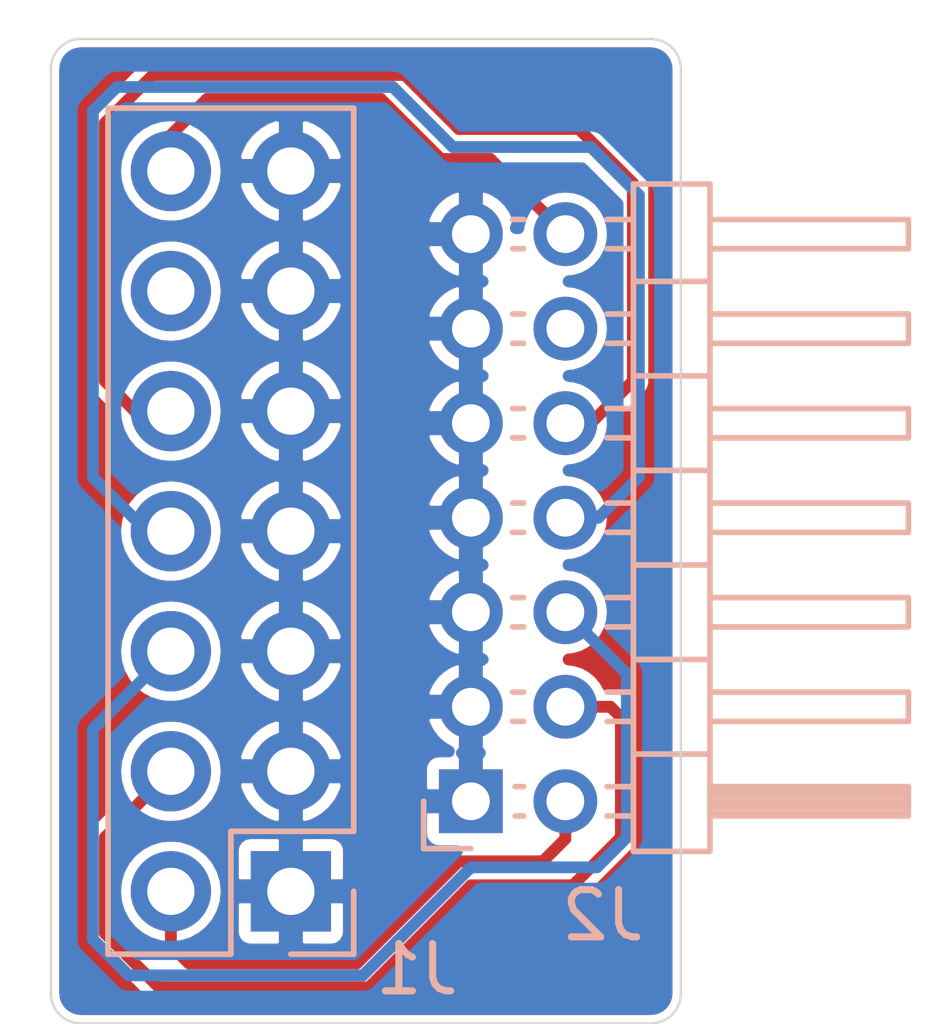
<source format=kicad_pcb>
(kicad_pcb (version 20171130) (host pcbnew "(5.1.2)-2")

  (general
    (thickness 1.6)
    (drawings 8)
    (tracks 55)
    (zones 0)
    (modules 2)
    (nets 10)
  )

  (page A4)
  (layers
    (0 F.Cu signal)
    (31 B.Cu signal)
    (32 B.Adhes user)
    (33 F.Adhes user)
    (34 B.Paste user)
    (35 F.Paste user)
    (36 B.SilkS user)
    (37 F.SilkS user)
    (38 B.Mask user)
    (39 F.Mask user)
    (40 Dwgs.User user)
    (41 Cmts.User user)
    (42 Eco1.User user)
    (43 Eco2.User user)
    (44 Edge.Cuts user)
    (45 Margin user)
    (46 B.CrtYd user)
    (47 F.CrtYd user)
    (48 B.Fab user)
    (49 F.Fab user)
  )

  (setup
    (last_trace_width 0.25)
    (trace_clearance 0.2)
    (zone_clearance 0.1524)
    (zone_45_only no)
    (trace_min 0.2)
    (via_size 0.8)
    (via_drill 0.4)
    (via_min_size 0.4)
    (via_min_drill 0.3)
    (uvia_size 0.3)
    (uvia_drill 0.1)
    (uvias_allowed no)
    (uvia_min_size 0.2)
    (uvia_min_drill 0.1)
    (edge_width 0.05)
    (segment_width 0.2)
    (pcb_text_width 0.3)
    (pcb_text_size 1.5 1.5)
    (mod_edge_width 0.12)
    (mod_text_size 1 1)
    (mod_text_width 0.15)
    (pad_size 1.524 1.524)
    (pad_drill 0.762)
    (pad_to_mask_clearance 0.051)
    (solder_mask_min_width 0.25)
    (aux_axis_origin 0 0)
    (visible_elements 7FFFFFFF)
    (pcbplotparams
      (layerselection 0x010fc_ffffffff)
      (usegerberextensions false)
      (usegerberattributes false)
      (usegerberadvancedattributes false)
      (creategerberjobfile false)
      (excludeedgelayer true)
      (linewidth 0.100000)
      (plotframeref false)
      (viasonmask false)
      (mode 1)
      (useauxorigin false)
      (hpglpennumber 1)
      (hpglpenspeed 20)
      (hpglpendiameter 15.000000)
      (psnegative false)
      (psa4output false)
      (plotreference true)
      (plotvalue true)
      (plotinvisibletext false)
      (padsonsilk false)
      (subtractmaskfromsilk false)
      (outputformat 1)
      (mirror false)
      (drillshape 0)
      (scaleselection 1)
      (outputdirectory "fab/"))
  )

  (net 0 "")
  (net 1 GND)
  (net 2 /JTAG_SRST)
  (net 3 "Net-(J2-Pad12)")
  (net 4 /JTAG_TDI)
  (net 5 /JTAG_TDO)
  (net 6 /JTAG_TCK)
  (net 7 /JTAG_TMS)
  (net 8 /VREF)
  (net 9 "Net-(J1-Pad12)")

  (net_class Default "This is the default net class."
    (clearance 0.2)
    (trace_width 0.25)
    (via_dia 0.8)
    (via_drill 0.4)
    (uvia_dia 0.3)
    (uvia_drill 0.1)
    (add_net /JTAG_SRST)
    (add_net /JTAG_TCK)
    (add_net /JTAG_TDI)
    (add_net /JTAG_TDO)
    (add_net /JTAG_TMS)
    (add_net /VREF)
    (add_net GND)
    (add_net "Net-(J1-Pad12)")
    (add_net "Net-(J2-Pad12)")
  )

  (module Connector_PinHeader_2.00mm:PinHeader_2x07_P2.00mm_Horizontal (layer B.Cu) (tedit 59FED667) (tstamp 5D85A9E8)
    (at 152.146 105.029)
    (descr "Through hole angled pin header, 2x07, 2.00mm pitch, 4.2mm pin length, double rows")
    (tags "Through hole angled pin header THT 2x07 2.00mm double row")
    (path /5D7985EC)
    (fp_text reference J2 (at 2.794 2.413) (layer B.SilkS)
      (effects (font (size 1 1) (thickness 0.15)) (justify mirror))
    )
    (fp_text value HS3-JTAG (at 4.1 -14) (layer B.Fab)
      (effects (font (size 1 1) (thickness 0.15)) (justify mirror))
    )
    (fp_text user %R (at 4.25 -6 -90) (layer B.Fab)
      (effects (font (size 0.9 0.9) (thickness 0.135)) (justify mirror))
    )
    (fp_line (start 9.7 1.5) (end -1.5 1.5) (layer B.CrtYd) (width 0.05))
    (fp_line (start 9.7 -13.5) (end 9.7 1.5) (layer B.CrtYd) (width 0.05))
    (fp_line (start -1.5 -13.5) (end 9.7 -13.5) (layer B.CrtYd) (width 0.05))
    (fp_line (start -1.5 1.5) (end -1.5 -13.5) (layer B.CrtYd) (width 0.05))
    (fp_line (start -1 1) (end 0 1) (layer B.SilkS) (width 0.12))
    (fp_line (start -1 0) (end -1 1) (layer B.SilkS) (width 0.12))
    (fp_line (start 0.882114 -12.31) (end 1.117886 -12.31) (layer B.SilkS) (width 0.12))
    (fp_line (start 0.882114 -11.69) (end 1.117886 -11.69) (layer B.SilkS) (width 0.12))
    (fp_line (start 2.882114 -12.31) (end 3.44 -12.31) (layer B.SilkS) (width 0.12))
    (fp_line (start 2.882114 -11.69) (end 3.44 -11.69) (layer B.SilkS) (width 0.12))
    (fp_line (start 9.26 -12.31) (end 5.06 -12.31) (layer B.SilkS) (width 0.12))
    (fp_line (start 9.26 -11.69) (end 9.26 -12.31) (layer B.SilkS) (width 0.12))
    (fp_line (start 5.06 -11.69) (end 9.26 -11.69) (layer B.SilkS) (width 0.12))
    (fp_line (start 3.44 -11) (end 5.06 -11) (layer B.SilkS) (width 0.12))
    (fp_line (start 0.882114 -10.31) (end 1.117886 -10.31) (layer B.SilkS) (width 0.12))
    (fp_line (start 0.882114 -9.69) (end 1.117886 -9.69) (layer B.SilkS) (width 0.12))
    (fp_line (start 2.882114 -10.31) (end 3.44 -10.31) (layer B.SilkS) (width 0.12))
    (fp_line (start 2.882114 -9.69) (end 3.44 -9.69) (layer B.SilkS) (width 0.12))
    (fp_line (start 9.26 -10.31) (end 5.06 -10.31) (layer B.SilkS) (width 0.12))
    (fp_line (start 9.26 -9.69) (end 9.26 -10.31) (layer B.SilkS) (width 0.12))
    (fp_line (start 5.06 -9.69) (end 9.26 -9.69) (layer B.SilkS) (width 0.12))
    (fp_line (start 3.44 -9) (end 5.06 -9) (layer B.SilkS) (width 0.12))
    (fp_line (start 0.882114 -8.31) (end 1.117886 -8.31) (layer B.SilkS) (width 0.12))
    (fp_line (start 0.882114 -7.69) (end 1.117886 -7.69) (layer B.SilkS) (width 0.12))
    (fp_line (start 2.882114 -8.31) (end 3.44 -8.31) (layer B.SilkS) (width 0.12))
    (fp_line (start 2.882114 -7.69) (end 3.44 -7.69) (layer B.SilkS) (width 0.12))
    (fp_line (start 9.26 -8.31) (end 5.06 -8.31) (layer B.SilkS) (width 0.12))
    (fp_line (start 9.26 -7.69) (end 9.26 -8.31) (layer B.SilkS) (width 0.12))
    (fp_line (start 5.06 -7.69) (end 9.26 -7.69) (layer B.SilkS) (width 0.12))
    (fp_line (start 3.44 -7) (end 5.06 -7) (layer B.SilkS) (width 0.12))
    (fp_line (start 0.882114 -6.31) (end 1.117886 -6.31) (layer B.SilkS) (width 0.12))
    (fp_line (start 0.882114 -5.69) (end 1.117886 -5.69) (layer B.SilkS) (width 0.12))
    (fp_line (start 2.882114 -6.31) (end 3.44 -6.31) (layer B.SilkS) (width 0.12))
    (fp_line (start 2.882114 -5.69) (end 3.44 -5.69) (layer B.SilkS) (width 0.12))
    (fp_line (start 9.26 -6.31) (end 5.06 -6.31) (layer B.SilkS) (width 0.12))
    (fp_line (start 9.26 -5.69) (end 9.26 -6.31) (layer B.SilkS) (width 0.12))
    (fp_line (start 5.06 -5.69) (end 9.26 -5.69) (layer B.SilkS) (width 0.12))
    (fp_line (start 3.44 -5) (end 5.06 -5) (layer B.SilkS) (width 0.12))
    (fp_line (start 0.882114 -4.31) (end 1.117886 -4.31) (layer B.SilkS) (width 0.12))
    (fp_line (start 0.882114 -3.69) (end 1.117886 -3.69) (layer B.SilkS) (width 0.12))
    (fp_line (start 2.882114 -4.31) (end 3.44 -4.31) (layer B.SilkS) (width 0.12))
    (fp_line (start 2.882114 -3.69) (end 3.44 -3.69) (layer B.SilkS) (width 0.12))
    (fp_line (start 9.26 -4.31) (end 5.06 -4.31) (layer B.SilkS) (width 0.12))
    (fp_line (start 9.26 -3.69) (end 9.26 -4.31) (layer B.SilkS) (width 0.12))
    (fp_line (start 5.06 -3.69) (end 9.26 -3.69) (layer B.SilkS) (width 0.12))
    (fp_line (start 3.44 -3) (end 5.06 -3) (layer B.SilkS) (width 0.12))
    (fp_line (start 0.882114 -2.31) (end 1.117886 -2.31) (layer B.SilkS) (width 0.12))
    (fp_line (start 0.882114 -1.69) (end 1.117886 -1.69) (layer B.SilkS) (width 0.12))
    (fp_line (start 2.882114 -2.31) (end 3.44 -2.31) (layer B.SilkS) (width 0.12))
    (fp_line (start 2.882114 -1.69) (end 3.44 -1.69) (layer B.SilkS) (width 0.12))
    (fp_line (start 9.26 -2.31) (end 5.06 -2.31) (layer B.SilkS) (width 0.12))
    (fp_line (start 9.26 -1.69) (end 9.26 -2.31) (layer B.SilkS) (width 0.12))
    (fp_line (start 5.06 -1.69) (end 9.26 -1.69) (layer B.SilkS) (width 0.12))
    (fp_line (start 3.44 -1) (end 5.06 -1) (layer B.SilkS) (width 0.12))
    (fp_line (start 0.935 -0.31) (end 1.117886 -0.31) (layer B.SilkS) (width 0.12))
    (fp_line (start 0.935 0.31) (end 1.117886 0.31) (layer B.SilkS) (width 0.12))
    (fp_line (start 2.882114 -0.31) (end 3.44 -0.31) (layer B.SilkS) (width 0.12))
    (fp_line (start 2.882114 0.31) (end 3.44 0.31) (layer B.SilkS) (width 0.12))
    (fp_line (start 5.06 -0.23) (end 9.26 -0.23) (layer B.SilkS) (width 0.12))
    (fp_line (start 5.06 -0.11) (end 9.26 -0.11) (layer B.SilkS) (width 0.12))
    (fp_line (start 5.06 0.01) (end 9.26 0.01) (layer B.SilkS) (width 0.12))
    (fp_line (start 5.06 0.13) (end 9.26 0.13) (layer B.SilkS) (width 0.12))
    (fp_line (start 5.06 0.25) (end 9.26 0.25) (layer B.SilkS) (width 0.12))
    (fp_line (start 9.26 -0.31) (end 5.06 -0.31) (layer B.SilkS) (width 0.12))
    (fp_line (start 9.26 0.31) (end 9.26 -0.31) (layer B.SilkS) (width 0.12))
    (fp_line (start 5.06 0.31) (end 9.26 0.31) (layer B.SilkS) (width 0.12))
    (fp_line (start 5.06 1.06) (end 3.44 1.06) (layer B.SilkS) (width 0.12))
    (fp_line (start 5.06 -13.06) (end 5.06 1.06) (layer B.SilkS) (width 0.12))
    (fp_line (start 3.44 -13.06) (end 5.06 -13.06) (layer B.SilkS) (width 0.12))
    (fp_line (start 3.44 1.06) (end 3.44 -13.06) (layer B.SilkS) (width 0.12))
    (fp_line (start 5 -12.25) (end 9.2 -12.25) (layer B.Fab) (width 0.1))
    (fp_line (start 9.2 -11.75) (end 9.2 -12.25) (layer B.Fab) (width 0.1))
    (fp_line (start 5 -11.75) (end 9.2 -11.75) (layer B.Fab) (width 0.1))
    (fp_line (start -0.25 -12.25) (end 3.5 -12.25) (layer B.Fab) (width 0.1))
    (fp_line (start -0.25 -11.75) (end -0.25 -12.25) (layer B.Fab) (width 0.1))
    (fp_line (start -0.25 -11.75) (end 3.5 -11.75) (layer B.Fab) (width 0.1))
    (fp_line (start 5 -10.25) (end 9.2 -10.25) (layer B.Fab) (width 0.1))
    (fp_line (start 9.2 -9.75) (end 9.2 -10.25) (layer B.Fab) (width 0.1))
    (fp_line (start 5 -9.75) (end 9.2 -9.75) (layer B.Fab) (width 0.1))
    (fp_line (start -0.25 -10.25) (end 3.5 -10.25) (layer B.Fab) (width 0.1))
    (fp_line (start -0.25 -9.75) (end -0.25 -10.25) (layer B.Fab) (width 0.1))
    (fp_line (start -0.25 -9.75) (end 3.5 -9.75) (layer B.Fab) (width 0.1))
    (fp_line (start 5 -8.25) (end 9.2 -8.25) (layer B.Fab) (width 0.1))
    (fp_line (start 9.2 -7.75) (end 9.2 -8.25) (layer B.Fab) (width 0.1))
    (fp_line (start 5 -7.75) (end 9.2 -7.75) (layer B.Fab) (width 0.1))
    (fp_line (start -0.25 -8.25) (end 3.5 -8.25) (layer B.Fab) (width 0.1))
    (fp_line (start -0.25 -7.75) (end -0.25 -8.25) (layer B.Fab) (width 0.1))
    (fp_line (start -0.25 -7.75) (end 3.5 -7.75) (layer B.Fab) (width 0.1))
    (fp_line (start 5 -6.25) (end 9.2 -6.25) (layer B.Fab) (width 0.1))
    (fp_line (start 9.2 -5.75) (end 9.2 -6.25) (layer B.Fab) (width 0.1))
    (fp_line (start 5 -5.75) (end 9.2 -5.75) (layer B.Fab) (width 0.1))
    (fp_line (start -0.25 -6.25) (end 3.5 -6.25) (layer B.Fab) (width 0.1))
    (fp_line (start -0.25 -5.75) (end -0.25 -6.25) (layer B.Fab) (width 0.1))
    (fp_line (start -0.25 -5.75) (end 3.5 -5.75) (layer B.Fab) (width 0.1))
    (fp_line (start 5 -4.25) (end 9.2 -4.25) (layer B.Fab) (width 0.1))
    (fp_line (start 9.2 -3.75) (end 9.2 -4.25) (layer B.Fab) (width 0.1))
    (fp_line (start 5 -3.75) (end 9.2 -3.75) (layer B.Fab) (width 0.1))
    (fp_line (start -0.25 -4.25) (end 3.5 -4.25) (layer B.Fab) (width 0.1))
    (fp_line (start -0.25 -3.75) (end -0.25 -4.25) (layer B.Fab) (width 0.1))
    (fp_line (start -0.25 -3.75) (end 3.5 -3.75) (layer B.Fab) (width 0.1))
    (fp_line (start 5 -2.25) (end 9.2 -2.25) (layer B.Fab) (width 0.1))
    (fp_line (start 9.2 -1.75) (end 9.2 -2.25) (layer B.Fab) (width 0.1))
    (fp_line (start 5 -1.75) (end 9.2 -1.75) (layer B.Fab) (width 0.1))
    (fp_line (start -0.25 -2.25) (end 3.5 -2.25) (layer B.Fab) (width 0.1))
    (fp_line (start -0.25 -1.75) (end -0.25 -2.25) (layer B.Fab) (width 0.1))
    (fp_line (start -0.25 -1.75) (end 3.5 -1.75) (layer B.Fab) (width 0.1))
    (fp_line (start 5 -0.25) (end 9.2 -0.25) (layer B.Fab) (width 0.1))
    (fp_line (start 9.2 0.25) (end 9.2 -0.25) (layer B.Fab) (width 0.1))
    (fp_line (start 5 0.25) (end 9.2 0.25) (layer B.Fab) (width 0.1))
    (fp_line (start -0.25 -0.25) (end 3.5 -0.25) (layer B.Fab) (width 0.1))
    (fp_line (start -0.25 0.25) (end -0.25 -0.25) (layer B.Fab) (width 0.1))
    (fp_line (start -0.25 0.25) (end 3.5 0.25) (layer B.Fab) (width 0.1))
    (fp_line (start 3.5 0.625) (end 3.875 1) (layer B.Fab) (width 0.1))
    (fp_line (start 3.5 -13) (end 3.5 0.625) (layer B.Fab) (width 0.1))
    (fp_line (start 5 -13) (end 3.5 -13) (layer B.Fab) (width 0.1))
    (fp_line (start 5 1) (end 5 -13) (layer B.Fab) (width 0.1))
    (fp_line (start 3.875 1) (end 5 1) (layer B.Fab) (width 0.1))
    (pad 14 thru_hole oval (at 2 -12) (size 1.35 1.35) (drill 0.8) (layers *.Cu *.Mask)
      (net 2 /JTAG_SRST))
    (pad 13 thru_hole oval (at 0 -12) (size 1.35 1.35) (drill 0.8) (layers *.Cu *.Mask)
      (net 1 GND))
    (pad 12 thru_hole oval (at 2 -10) (size 1.35 1.35) (drill 0.8) (layers *.Cu *.Mask)
      (net 3 "Net-(J2-Pad12)"))
    (pad 11 thru_hole oval (at 0 -10) (size 1.35 1.35) (drill 0.8) (layers *.Cu *.Mask)
      (net 1 GND))
    (pad 10 thru_hole oval (at 2 -8) (size 1.35 1.35) (drill 0.8) (layers *.Cu *.Mask)
      (net 4 /JTAG_TDI))
    (pad 9 thru_hole oval (at 0 -8) (size 1.35 1.35) (drill 0.8) (layers *.Cu *.Mask)
      (net 1 GND))
    (pad 8 thru_hole oval (at 2 -6) (size 1.35 1.35) (drill 0.8) (layers *.Cu *.Mask)
      (net 5 /JTAG_TDO))
    (pad 7 thru_hole oval (at 0 -6) (size 1.35 1.35) (drill 0.8) (layers *.Cu *.Mask)
      (net 1 GND))
    (pad 6 thru_hole oval (at 2 -4) (size 1.35 1.35) (drill 0.8) (layers *.Cu *.Mask)
      (net 6 /JTAG_TCK))
    (pad 5 thru_hole oval (at 0 -4) (size 1.35 1.35) (drill 0.8) (layers *.Cu *.Mask)
      (net 1 GND))
    (pad 4 thru_hole oval (at 2 -2) (size 1.35 1.35) (drill 0.8) (layers *.Cu *.Mask)
      (net 7 /JTAG_TMS))
    (pad 3 thru_hole oval (at 0 -2) (size 1.35 1.35) (drill 0.8) (layers *.Cu *.Mask)
      (net 1 GND))
    (pad 2 thru_hole oval (at 2 0) (size 1.35 1.35) (drill 0.8) (layers *.Cu *.Mask)
      (net 8 /VREF))
    (pad 1 thru_hole rect (at 0 0) (size 1.35 1.35) (drill 0.8) (layers *.Cu *.Mask)
      (net 1 GND))
    (model ${KISYS3DMOD}/Connector_PinHeader_2.00mm.3dshapes/PinHeader_2x07_P2.00mm_Horizontal.wrl
      (at (xyz 0 0 0))
      (scale (xyz 1 1 1))
      (rotate (xyz 0 0 0))
    )
  )

  (module Connector_PinSocket_2.54mm:PinSocket_2x07_P2.54mm_Vertical (layer B.Cu) (tedit 5A19A421) (tstamp 5D79AEFB)
    (at 148.336 106.934)
    (descr "Through hole straight socket strip, 2x07, 2.54mm pitch, double cols (from Kicad 4.0.7), script generated")
    (tags "Through hole socket strip THT 2x07 2.54mm double row")
    (path /5D799582)
    (fp_text reference J1 (at 2.667 1.651) (layer B.SilkS)
      (effects (font (size 1 1) (thickness 0.15)) (justify mirror))
    )
    (fp_text value "Z-Turn JTAG" (at -1.27 -18.01) (layer B.Fab)
      (effects (font (size 1 1) (thickness 0.15)) (justify mirror))
    )
    (fp_text user %R (at -1.27 -7.62 270) (layer B.Fab)
      (effects (font (size 1 1) (thickness 0.15)) (justify mirror))
    )
    (fp_line (start -4.34 -17) (end -4.34 1.8) (layer B.CrtYd) (width 0.05))
    (fp_line (start 1.76 -17) (end -4.34 -17) (layer B.CrtYd) (width 0.05))
    (fp_line (start 1.76 1.8) (end 1.76 -17) (layer B.CrtYd) (width 0.05))
    (fp_line (start -4.34 1.8) (end 1.76 1.8) (layer B.CrtYd) (width 0.05))
    (fp_line (start 0 1.33) (end 1.33 1.33) (layer B.SilkS) (width 0.12))
    (fp_line (start 1.33 1.33) (end 1.33 0) (layer B.SilkS) (width 0.12))
    (fp_line (start -1.27 1.33) (end -1.27 -1.27) (layer B.SilkS) (width 0.12))
    (fp_line (start -1.27 -1.27) (end 1.33 -1.27) (layer B.SilkS) (width 0.12))
    (fp_line (start 1.33 -1.27) (end 1.33 -16.57) (layer B.SilkS) (width 0.12))
    (fp_line (start -3.87 -16.57) (end 1.33 -16.57) (layer B.SilkS) (width 0.12))
    (fp_line (start -3.87 1.33) (end -3.87 -16.57) (layer B.SilkS) (width 0.12))
    (fp_line (start -3.87 1.33) (end -1.27 1.33) (layer B.SilkS) (width 0.12))
    (fp_line (start -3.81 -16.51) (end -3.81 1.27) (layer B.Fab) (width 0.1))
    (fp_line (start 1.27 -16.51) (end -3.81 -16.51) (layer B.Fab) (width 0.1))
    (fp_line (start 1.27 0.27) (end 1.27 -16.51) (layer B.Fab) (width 0.1))
    (fp_line (start 0.27 1.27) (end 1.27 0.27) (layer B.Fab) (width 0.1))
    (fp_line (start -3.81 1.27) (end 0.27 1.27) (layer B.Fab) (width 0.1))
    (pad 14 thru_hole oval (at -2.54 -15.24) (size 1.7 1.7) (drill 1) (layers *.Cu *.Mask)
      (net 2 /JTAG_SRST))
    (pad 13 thru_hole oval (at 0 -15.24) (size 1.7 1.7) (drill 1) (layers *.Cu *.Mask)
      (net 1 GND))
    (pad 12 thru_hole oval (at -2.54 -12.7) (size 1.7 1.7) (drill 1) (layers *.Cu *.Mask)
      (net 9 "Net-(J1-Pad12)"))
    (pad 11 thru_hole oval (at 0 -12.7) (size 1.7 1.7) (drill 1) (layers *.Cu *.Mask)
      (net 1 GND))
    (pad 10 thru_hole oval (at -2.54 -10.16) (size 1.7 1.7) (drill 1) (layers *.Cu *.Mask)
      (net 4 /JTAG_TDI))
    (pad 9 thru_hole oval (at 0 -10.16) (size 1.7 1.7) (drill 1) (layers *.Cu *.Mask)
      (net 1 GND))
    (pad 8 thru_hole oval (at -2.54 -7.62) (size 1.7 1.7) (drill 1) (layers *.Cu *.Mask)
      (net 5 /JTAG_TDO))
    (pad 7 thru_hole oval (at 0 -7.62) (size 1.7 1.7) (drill 1) (layers *.Cu *.Mask)
      (net 1 GND))
    (pad 6 thru_hole oval (at -2.54 -5.08) (size 1.7 1.7) (drill 1) (layers *.Cu *.Mask)
      (net 6 /JTAG_TCK))
    (pad 5 thru_hole oval (at 0 -5.08) (size 1.7 1.7) (drill 1) (layers *.Cu *.Mask)
      (net 1 GND))
    (pad 4 thru_hole oval (at -2.54 -2.54) (size 1.7 1.7) (drill 1) (layers *.Cu *.Mask)
      (net 7 /JTAG_TMS))
    (pad 3 thru_hole oval (at 0 -2.54) (size 1.7 1.7) (drill 1) (layers *.Cu *.Mask)
      (net 1 GND))
    (pad 2 thru_hole oval (at -2.54 0) (size 1.7 1.7) (drill 1) (layers *.Cu *.Mask)
      (net 8 /VREF))
    (pad 1 thru_hole rect (at 0 0) (size 1.7 1.7) (drill 1) (layers *.Cu *.Mask)
      (net 1 GND))
    (model ${KISYS3DMOD}/Connector_PinSocket_2.54mm.3dshapes/PinSocket_2x07_P2.54mm_Vertical.wrl
      (at (xyz 0 0 0))
      (scale (xyz 1 1 1))
      (rotate (xyz 0 0 0))
    )
  )

  (gr_line (start 143.891 109.728) (end 155.956 109.728) (layer Edge.Cuts) (width 0.05) (tstamp 5D7A0FD2))
  (gr_arc (start 155.956 89.535) (end 156.591 89.535) (angle -90) (layer Edge.Cuts) (width 0.05))
  (gr_arc (start 155.956 109.093) (end 155.956 109.728) (angle -90) (layer Edge.Cuts) (width 0.05))
  (gr_arc (start 143.891 109.093) (end 143.256 109.093) (angle -90) (layer Edge.Cuts) (width 0.05))
  (gr_arc (start 143.891 89.535) (end 143.891 88.9) (angle -90) (layer Edge.Cuts) (width 0.05) (tstamp 5D7A12FA))
  (gr_line (start 143.256 109.093) (end 143.256 89.535) (layer Edge.Cuts) (width 0.05) (tstamp 5D79AEB3))
  (gr_line (start 156.591 89.535) (end 156.591 109.093) (layer Edge.Cuts) (width 0.05))
  (gr_line (start 143.891 88.9) (end 155.956 88.9) (layer Edge.Cuts) (width 0.05) (tstamp 5D7A12F5))

  (segment (start 145.796 91.694) (end 145.796 90.932) (width 0.25) (layer F.Cu) (net 2))
  (segment (start 145.796 90.932) (end 146.558 90.17) (width 0.25) (layer F.Cu) (net 2))
  (segment (start 146.558 90.17) (end 150.241 90.17) (width 0.25) (layer F.Cu) (net 2))
  (segment (start 150.241 90.17) (end 151.511 91.44) (width 0.25) (layer F.Cu) (net 2))
  (segment (start 152.557 91.44) (end 154.146 93.029) (width 0.25) (layer F.Cu) (net 2))
  (segment (start 151.511 91.44) (end 152.557 91.44) (width 0.25) (layer F.Cu) (net 2))
  (segment (start 154.685 97.029) (end 154.146 97.029) (width 0.25) (layer F.Cu) (net 4))
  (segment (start 155.575 96.139) (end 154.685 97.029) (width 0.25) (layer F.Cu) (net 4))
  (segment (start 155.575 91.948) (end 155.575 96.139) (width 0.25) (layer F.Cu) (net 4))
  (segment (start 154.432 90.805) (end 155.575 91.948) (width 0.25) (layer F.Cu) (net 4))
  (segment (start 151.892 90.805) (end 154.432 90.805) (width 0.25) (layer F.Cu) (net 4))
  (segment (start 145.034 96.774) (end 144.399 96.139) (width 0.25) (layer F.Cu) (net 4))
  (segment (start 144.399 96.139) (end 144.399 90.678) (width 0.25) (layer F.Cu) (net 4))
  (segment (start 144.399 90.678) (end 145.415 89.662) (width 0.25) (layer F.Cu) (net 4))
  (segment (start 145.796 96.774) (end 145.034 96.774) (width 0.25) (layer F.Cu) (net 4))
  (segment (start 145.415 89.662) (end 150.749 89.662) (width 0.25) (layer F.Cu) (net 4))
  (segment (start 150.749 89.662) (end 151.892 90.805) (width 0.25) (layer F.Cu) (net 4))
  (segment (start 154.844 99.029) (end 154.146 99.029) (width 0.25) (layer B.Cu) (net 5))
  (segment (start 155.702 98.171) (end 154.844 99.029) (width 0.25) (layer B.Cu) (net 5))
  (segment (start 155.702 92.202) (end 155.702 98.171) (width 0.25) (layer B.Cu) (net 5))
  (segment (start 154.686 91.186) (end 155.702 92.202) (width 0.25) (layer B.Cu) (net 5))
  (segment (start 151.765 91.186) (end 154.686 91.186) (width 0.25) (layer B.Cu) (net 5))
  (segment (start 145.288 99.314) (end 144.145 98.171) (width 0.25) (layer B.Cu) (net 5))
  (segment (start 145.796 99.314) (end 145.288 99.314) (width 0.25) (layer B.Cu) (net 5))
  (segment (start 144.145 98.171) (end 144.145 90.424) (width 0.25) (layer B.Cu) (net 5))
  (segment (start 144.145 90.424) (end 144.653 89.916) (width 0.25) (layer B.Cu) (net 5))
  (segment (start 144.653 89.916) (end 150.495 89.916) (width 0.25) (layer B.Cu) (net 5))
  (segment (start 150.495 89.916) (end 151.765 91.186) (width 0.25) (layer B.Cu) (net 5))
  (segment (start 154.146 101.029) (end 154.496 101.029) (width 0.25) (layer F.Cu) (net 6))
  (segment (start 155.448 102.331) (end 154.146 101.029) (width 0.25) (layer B.Cu) (net 6))
  (segment (start 154.813 106.426) (end 155.448 105.791) (width 0.25) (layer B.Cu) (net 6))
  (segment (start 144.145 103.505) (end 144.145 107.95) (width 0.25) (layer B.Cu) (net 6))
  (segment (start 155.448 105.791) (end 155.448 102.331) (width 0.25) (layer B.Cu) (net 6))
  (segment (start 145.796 101.854) (end 144.145 103.505) (width 0.25) (layer B.Cu) (net 6))
  (segment (start 144.145 107.95) (end 144.907 108.712) (width 0.25) (layer B.Cu) (net 6))
  (segment (start 144.907 108.712) (end 149.86 108.712) (width 0.25) (layer B.Cu) (net 6))
  (segment (start 149.86 108.712) (end 152.146 106.426) (width 0.25) (layer B.Cu) (net 6))
  (segment (start 152.146 106.426) (end 154.813 106.426) (width 0.25) (layer B.Cu) (net 6))
  (segment (start 144.399 107.823) (end 144.399 105.791) (width 0.25) (layer F.Cu) (net 7))
  (segment (start 145.542 108.966) (end 144.399 107.823) (width 0.25) (layer F.Cu) (net 7))
  (segment (start 154.146 103.029) (end 155.099 103.029) (width 0.25) (layer F.Cu) (net 7))
  (segment (start 155.321 103.251) (end 155.321 105.791) (width 0.25) (layer F.Cu) (net 7))
  (segment (start 149.987 108.966) (end 145.542 108.966) (width 0.25) (layer F.Cu) (net 7))
  (segment (start 155.321 105.791) (end 154.305 106.807) (width 0.25) (layer F.Cu) (net 7))
  (segment (start 155.099 103.029) (end 155.321 103.251) (width 0.25) (layer F.Cu) (net 7))
  (segment (start 154.305 106.807) (end 152.146 106.807) (width 0.25) (layer F.Cu) (net 7))
  (segment (start 144.399 105.791) (end 145.796 104.394) (width 0.25) (layer F.Cu) (net 7))
  (segment (start 152.146 106.807) (end 149.987 108.966) (width 0.25) (layer F.Cu) (net 7))
  (segment (start 154.146 105.823) (end 154.146 105.029) (width 0.25) (layer F.Cu) (net 8))
  (segment (start 145.796 106.934) (end 145.796 108.077) (width 0.25) (layer F.Cu) (net 8))
  (segment (start 146.177 108.458) (end 149.733 108.458) (width 0.25) (layer F.Cu) (net 8))
  (segment (start 149.733 108.458) (end 151.892 106.299) (width 0.25) (layer F.Cu) (net 8))
  (segment (start 151.892 106.299) (end 153.67 106.299) (width 0.25) (layer F.Cu) (net 8))
  (segment (start 145.796 108.077) (end 146.177 108.458) (width 0.25) (layer F.Cu) (net 8))
  (segment (start 153.67 106.299) (end 154.146 105.823) (width 0.25) (layer F.Cu) (net 8))

  (zone (net 1) (net_name GND) (layer F.Cu) (tstamp 0) (hatch edge 0.508)
    (connect_pads (clearance 0.1524))
    (min_thickness 0.254)
    (fill yes (arc_segments 32) (thermal_gap 0.254) (thermal_bridge_width 0.381))
    (polygon
      (pts
        (xy 143.256 88.9) (xy 156.591 88.9) (xy 156.591 109.728) (xy 143.256 109.728)
      )
    )
    (filled_polygon
      (pts
        (xy 156.019928 89.212127) (xy 156.081425 89.230694) (xy 156.138146 89.260854) (xy 156.187923 89.301451) (xy 156.22887 89.350947)
        (xy 156.259422 89.407452) (xy 156.278418 89.46882) (xy 156.2866 89.546661) (xy 156.286601 109.078106) (xy 156.278873 109.15693)
        (xy 156.260305 109.218427) (xy 156.230148 109.275144) (xy 156.18955 109.324922) (xy 156.140053 109.365869) (xy 156.083548 109.396422)
        (xy 156.02218 109.415418) (xy 155.944339 109.4236) (xy 143.905884 109.4236) (xy 143.82707 109.415873) (xy 143.765573 109.397305)
        (xy 143.708856 109.367148) (xy 143.659078 109.32655) (xy 143.618131 109.277053) (xy 143.587578 109.220548) (xy 143.568582 109.15918)
        (xy 143.5604 109.081339) (xy 143.5604 101.854) (xy 144.613306 101.854) (xy 144.636031 102.084732) (xy 144.703333 102.306597)
        (xy 144.812626 102.51107) (xy 144.959709 102.690291) (xy 145.13893 102.837374) (xy 145.343403 102.946667) (xy 145.565268 103.013969)
        (xy 145.738188 103.031) (xy 145.853812 103.031) (xy 146.026732 103.013969) (xy 146.248597 102.946667) (xy 146.45307 102.837374)
        (xy 146.632291 102.690291) (xy 146.779374 102.51107) (xy 146.888667 102.306597) (xy 146.948597 102.109033) (xy 147.131708 102.109033)
        (xy 147.192976 102.311018) (xy 147.304099 102.525229) (xy 147.454877 102.713645) (xy 147.639516 102.869026) (xy 147.850921 102.9854)
        (xy 148.080967 103.058295) (xy 148.2725 102.988114) (xy 148.2725 101.9175) (xy 148.3995 101.9175) (xy 148.3995 102.988114)
        (xy 148.591033 103.058295) (xy 148.821079 102.9854) (xy 149.032484 102.869026) (xy 149.217123 102.713645) (xy 149.367901 102.525229)
        (xy 149.479024 102.311018) (xy 149.540292 102.109033) (xy 149.469973 101.9175) (xy 148.3995 101.9175) (xy 148.2725 101.9175)
        (xy 147.202027 101.9175) (xy 147.131708 102.109033) (xy 146.948597 102.109033) (xy 146.955969 102.084732) (xy 146.978694 101.854)
        (xy 146.955969 101.623268) (xy 146.948598 101.598967) (xy 147.131708 101.598967) (xy 147.202027 101.7905) (xy 148.2725 101.7905)
        (xy 148.2725 100.719886) (xy 148.3995 100.719886) (xy 148.3995 101.7905) (xy 149.469973 101.7905) (xy 149.540292 101.598967)
        (xy 149.479024 101.396982) (xy 149.406208 101.256614) (xy 151.114822 101.256614) (xy 151.162147 101.412638) (xy 151.255896 101.597207)
        (xy 151.383851 101.75994) (xy 151.541095 101.894583) (xy 151.721585 101.995962) (xy 151.82283 102.029) (xy 151.721585 102.062038)
        (xy 151.541095 102.163417) (xy 151.383851 102.29806) (xy 151.255896 102.460793) (xy 151.162147 102.645362) (xy 151.114822 102.801386)
        (xy 151.187351 102.9655) (xy 152.0825 102.9655) (xy 152.0825 102.070158) (xy 151.989125 102.029) (xy 152.0825 101.987842)
        (xy 152.0825 101.0925) (xy 151.187351 101.0925) (xy 151.114822 101.256614) (xy 149.406208 101.256614) (xy 149.367901 101.182771)
        (xy 149.217123 100.994355) (xy 149.032484 100.838974) (xy 148.821079 100.7226) (xy 148.591033 100.649705) (xy 148.3995 100.719886)
        (xy 148.2725 100.719886) (xy 148.080967 100.649705) (xy 147.850921 100.7226) (xy 147.639516 100.838974) (xy 147.454877 100.994355)
        (xy 147.304099 101.182771) (xy 147.192976 101.396982) (xy 147.131708 101.598967) (xy 146.948598 101.598967) (xy 146.888667 101.401403)
        (xy 146.779374 101.19693) (xy 146.632291 101.017709) (xy 146.45307 100.870626) (xy 146.248597 100.761333) (xy 146.026732 100.694031)
        (xy 145.853812 100.677) (xy 145.738188 100.677) (xy 145.565268 100.694031) (xy 145.343403 100.761333) (xy 145.13893 100.870626)
        (xy 144.959709 101.017709) (xy 144.812626 101.19693) (xy 144.703333 101.401403) (xy 144.636031 101.623268) (xy 144.613306 101.854)
        (xy 143.5604 101.854) (xy 143.5604 99.314) (xy 144.613306 99.314) (xy 144.636031 99.544732) (xy 144.703333 99.766597)
        (xy 144.812626 99.97107) (xy 144.959709 100.150291) (xy 145.13893 100.297374) (xy 145.343403 100.406667) (xy 145.565268 100.473969)
        (xy 145.738188 100.491) (xy 145.853812 100.491) (xy 146.026732 100.473969) (xy 146.248597 100.406667) (xy 146.45307 100.297374)
        (xy 146.632291 100.150291) (xy 146.779374 99.97107) (xy 146.888667 99.766597) (xy 146.948597 99.569033) (xy 147.131708 99.569033)
        (xy 147.192976 99.771018) (xy 147.304099 99.985229) (xy 147.454877 100.173645) (xy 147.639516 100.329026) (xy 147.850921 100.4454)
        (xy 148.080967 100.518295) (xy 148.2725 100.448114) (xy 148.2725 99.3775) (xy 148.3995 99.3775) (xy 148.3995 100.448114)
        (xy 148.591033 100.518295) (xy 148.821079 100.4454) (xy 149.032484 100.329026) (xy 149.217123 100.173645) (xy 149.367901 99.985229)
        (xy 149.479024 99.771018) (xy 149.540292 99.569033) (xy 149.469973 99.3775) (xy 148.3995 99.3775) (xy 148.2725 99.3775)
        (xy 147.202027 99.3775) (xy 147.131708 99.569033) (xy 146.948597 99.569033) (xy 146.955969 99.544732) (xy 146.978694 99.314)
        (xy 146.973043 99.256614) (xy 151.114822 99.256614) (xy 151.162147 99.412638) (xy 151.255896 99.597207) (xy 151.383851 99.75994)
        (xy 151.541095 99.894583) (xy 151.721585 99.995962) (xy 151.82283 100.029) (xy 151.721585 100.062038) (xy 151.541095 100.163417)
        (xy 151.383851 100.29806) (xy 151.255896 100.460793) (xy 151.162147 100.645362) (xy 151.114822 100.801386) (xy 151.187351 100.9655)
        (xy 152.0825 100.9655) (xy 152.0825 100.070158) (xy 151.989125 100.029) (xy 152.0825 99.987842) (xy 152.0825 99.0925)
        (xy 151.187351 99.0925) (xy 151.114822 99.256614) (xy 146.973043 99.256614) (xy 146.955969 99.083268) (xy 146.948598 99.058967)
        (xy 147.131708 99.058967) (xy 147.202027 99.2505) (xy 148.2725 99.2505) (xy 148.2725 98.179886) (xy 148.3995 98.179886)
        (xy 148.3995 99.2505) (xy 149.469973 99.2505) (xy 149.540292 99.058967) (xy 149.479024 98.856982) (xy 149.367901 98.642771)
        (xy 149.217123 98.454355) (xy 149.032484 98.298974) (xy 148.821079 98.1826) (xy 148.591033 98.109705) (xy 148.3995 98.179886)
        (xy 148.2725 98.179886) (xy 148.080967 98.109705) (xy 147.850921 98.1826) (xy 147.639516 98.298974) (xy 147.454877 98.454355)
        (xy 147.304099 98.642771) (xy 147.192976 98.856982) (xy 147.131708 99.058967) (xy 146.948598 99.058967) (xy 146.888667 98.861403)
        (xy 146.779374 98.65693) (xy 146.632291 98.477709) (xy 146.45307 98.330626) (xy 146.248597 98.221333) (xy 146.026732 98.154031)
        (xy 145.853812 98.137) (xy 145.738188 98.137) (xy 145.565268 98.154031) (xy 145.343403 98.221333) (xy 145.13893 98.330626)
        (xy 144.959709 98.477709) (xy 144.812626 98.65693) (xy 144.703333 98.861403) (xy 144.636031 99.083268) (xy 144.613306 99.314)
        (xy 143.5604 99.314) (xy 143.5604 90.678) (xy 143.944813 90.678) (xy 143.947001 90.700215) (xy 143.947 96.116795)
        (xy 143.944813 96.139) (xy 143.95354 96.227607) (xy 143.974912 96.29806) (xy 143.979386 96.312809) (xy 144.021357 96.391332)
        (xy 144.077841 96.460159) (xy 144.0951 96.474323) (xy 144.640613 97.019837) (xy 144.703333 97.226597) (xy 144.812626 97.43107)
        (xy 144.959709 97.610291) (xy 145.13893 97.757374) (xy 145.343403 97.866667) (xy 145.565268 97.933969) (xy 145.738188 97.951)
        (xy 145.853812 97.951) (xy 146.026732 97.933969) (xy 146.248597 97.866667) (xy 146.45307 97.757374) (xy 146.632291 97.610291)
        (xy 146.779374 97.43107) (xy 146.888667 97.226597) (xy 146.948597 97.029033) (xy 147.131708 97.029033) (xy 147.192976 97.231018)
        (xy 147.304099 97.445229) (xy 147.454877 97.633645) (xy 147.639516 97.789026) (xy 147.850921 97.9054) (xy 148.080967 97.978295)
        (xy 148.2725 97.908114) (xy 148.2725 96.8375) (xy 148.3995 96.8375) (xy 148.3995 97.908114) (xy 148.591033 97.978295)
        (xy 148.821079 97.9054) (xy 149.032484 97.789026) (xy 149.217123 97.633645) (xy 149.367901 97.445229) (xy 149.465745 97.256614)
        (xy 151.114822 97.256614) (xy 151.162147 97.412638) (xy 151.255896 97.597207) (xy 151.383851 97.75994) (xy 151.541095 97.894583)
        (xy 151.721585 97.995962) (xy 151.82283 98.029) (xy 151.721585 98.062038) (xy 151.541095 98.163417) (xy 151.383851 98.29806)
        (xy 151.255896 98.460793) (xy 151.162147 98.645362) (xy 151.114822 98.801386) (xy 151.187351 98.9655) (xy 152.0825 98.9655)
        (xy 152.0825 98.070158) (xy 151.989125 98.029) (xy 152.0825 97.987842) (xy 152.0825 97.0925) (xy 151.187351 97.0925)
        (xy 151.114822 97.256614) (xy 149.465745 97.256614) (xy 149.479024 97.231018) (xy 149.540292 97.029033) (xy 149.469973 96.8375)
        (xy 148.3995 96.8375) (xy 148.2725 96.8375) (xy 147.202027 96.8375) (xy 147.131708 97.029033) (xy 146.948597 97.029033)
        (xy 146.955969 97.004732) (xy 146.978694 96.774) (xy 146.955969 96.543268) (xy 146.948598 96.518967) (xy 147.131708 96.518967)
        (xy 147.202027 96.7105) (xy 148.2725 96.7105) (xy 148.2725 95.639886) (xy 148.3995 95.639886) (xy 148.3995 96.7105)
        (xy 149.469973 96.7105) (xy 149.540292 96.518967) (xy 149.479024 96.316982) (xy 149.367901 96.102771) (xy 149.217123 95.914355)
        (xy 149.032484 95.758974) (xy 148.821079 95.6426) (xy 148.591033 95.569705) (xy 148.3995 95.639886) (xy 148.2725 95.639886)
        (xy 148.080967 95.569705) (xy 147.850921 95.6426) (xy 147.639516 95.758974) (xy 147.454877 95.914355) (xy 147.304099 96.102771)
        (xy 147.192976 96.316982) (xy 147.131708 96.518967) (xy 146.948598 96.518967) (xy 146.888667 96.321403) (xy 146.779374 96.11693)
        (xy 146.632291 95.937709) (xy 146.45307 95.790626) (xy 146.248597 95.681333) (xy 146.026732 95.614031) (xy 145.853812 95.597)
        (xy 145.738188 95.597) (xy 145.565268 95.614031) (xy 145.343403 95.681333) (xy 145.13893 95.790626) (xy 144.959709 95.937709)
        (xy 144.904367 96.005144) (xy 144.851 95.951777) (xy 144.851 94.937829) (xy 144.959709 95.070291) (xy 145.13893 95.217374)
        (xy 145.343403 95.326667) (xy 145.565268 95.393969) (xy 145.738188 95.411) (xy 145.853812 95.411) (xy 146.026732 95.393969)
        (xy 146.248597 95.326667) (xy 146.45307 95.217374) (xy 146.632291 95.070291) (xy 146.779374 94.89107) (xy 146.888667 94.686597)
        (xy 146.948597 94.489033) (xy 147.131708 94.489033) (xy 147.192976 94.691018) (xy 147.304099 94.905229) (xy 147.454877 95.093645)
        (xy 147.639516 95.249026) (xy 147.850921 95.3654) (xy 148.080967 95.438295) (xy 148.2725 95.368114) (xy 148.2725 94.2975)
        (xy 148.3995 94.2975) (xy 148.3995 95.368114) (xy 148.591033 95.438295) (xy 148.821079 95.3654) (xy 149.018699 95.256614)
        (xy 151.114822 95.256614) (xy 151.162147 95.412638) (xy 151.255896 95.597207) (xy 151.383851 95.75994) (xy 151.541095 95.894583)
        (xy 151.721585 95.995962) (xy 151.82283 96.029) (xy 151.721585 96.062038) (xy 151.541095 96.163417) (xy 151.383851 96.29806)
        (xy 151.255896 96.460793) (xy 151.162147 96.645362) (xy 151.114822 96.801386) (xy 151.187351 96.9655) (xy 152.0825 96.9655)
        (xy 152.0825 96.070158) (xy 151.989125 96.029) (xy 152.0825 95.987842) (xy 152.0825 95.0925) (xy 151.187351 95.0925)
        (xy 151.114822 95.256614) (xy 149.018699 95.256614) (xy 149.032484 95.249026) (xy 149.217123 95.093645) (xy 149.367901 94.905229)
        (xy 149.479024 94.691018) (xy 149.540292 94.489033) (xy 149.469973 94.2975) (xy 148.3995 94.2975) (xy 148.2725 94.2975)
        (xy 147.202027 94.2975) (xy 147.131708 94.489033) (xy 146.948597 94.489033) (xy 146.955969 94.464732) (xy 146.978694 94.234)
        (xy 146.955969 94.003268) (xy 146.948598 93.978967) (xy 147.131708 93.978967) (xy 147.202027 94.1705) (xy 148.2725 94.1705)
        (xy 148.2725 93.099886) (xy 148.3995 93.099886) (xy 148.3995 94.1705) (xy 149.469973 94.1705) (xy 149.540292 93.978967)
        (xy 149.479024 93.776982) (xy 149.367901 93.562771) (xy 149.217123 93.374355) (xy 149.077212 93.256614) (xy 151.114822 93.256614)
        (xy 151.162147 93.412638) (xy 151.255896 93.597207) (xy 151.383851 93.75994) (xy 151.541095 93.894583) (xy 151.721585 93.995962)
        (xy 151.82283 94.029) (xy 151.721585 94.062038) (xy 151.541095 94.163417) (xy 151.383851 94.29806) (xy 151.255896 94.460793)
        (xy 151.162147 94.645362) (xy 151.114822 94.801386) (xy 151.187351 94.9655) (xy 152.0825 94.9655) (xy 152.0825 94.070158)
        (xy 151.989125 94.029) (xy 152.0825 93.987842) (xy 152.0825 93.0925) (xy 151.187351 93.0925) (xy 151.114822 93.256614)
        (xy 149.077212 93.256614) (xy 149.032484 93.218974) (xy 148.821079 93.1026) (xy 148.591033 93.029705) (xy 148.3995 93.099886)
        (xy 148.2725 93.099886) (xy 148.080967 93.029705) (xy 147.850921 93.1026) (xy 147.639516 93.218974) (xy 147.454877 93.374355)
        (xy 147.304099 93.562771) (xy 147.192976 93.776982) (xy 147.131708 93.978967) (xy 146.948598 93.978967) (xy 146.888667 93.781403)
        (xy 146.779374 93.57693) (xy 146.632291 93.397709) (xy 146.45307 93.250626) (xy 146.248597 93.141333) (xy 146.026732 93.074031)
        (xy 145.853812 93.057) (xy 145.738188 93.057) (xy 145.565268 93.074031) (xy 145.343403 93.141333) (xy 145.13893 93.250626)
        (xy 144.959709 93.397709) (xy 144.851 93.530171) (xy 144.851 92.397829) (xy 144.959709 92.530291) (xy 145.13893 92.677374)
        (xy 145.343403 92.786667) (xy 145.565268 92.853969) (xy 145.738188 92.871) (xy 145.853812 92.871) (xy 146.026732 92.853969)
        (xy 146.248597 92.786667) (xy 146.45307 92.677374) (xy 146.632291 92.530291) (xy 146.779374 92.35107) (xy 146.888667 92.146597)
        (xy 146.948597 91.949033) (xy 147.131708 91.949033) (xy 147.192976 92.151018) (xy 147.304099 92.365229) (xy 147.454877 92.553645)
        (xy 147.639516 92.709026) (xy 147.850921 92.8254) (xy 148.080967 92.898295) (xy 148.2725 92.828114) (xy 148.2725 91.7575)
        (xy 148.3995 91.7575) (xy 148.3995 92.828114) (xy 148.591033 92.898295) (xy 148.821079 92.8254) (xy 148.864702 92.801386)
        (xy 151.114822 92.801386) (xy 151.187351 92.9655) (xy 152.0825 92.9655) (xy 152.0825 92.070158) (xy 151.918385 91.997819)
        (xy 151.721585 92.062038) (xy 151.541095 92.163417) (xy 151.383851 92.29806) (xy 151.255896 92.460793) (xy 151.162147 92.645362)
        (xy 151.114822 92.801386) (xy 148.864702 92.801386) (xy 149.032484 92.709026) (xy 149.217123 92.553645) (xy 149.367901 92.365229)
        (xy 149.479024 92.151018) (xy 149.540292 91.949033) (xy 149.469973 91.7575) (xy 148.3995 91.7575) (xy 148.2725 91.7575)
        (xy 147.202027 91.7575) (xy 147.131708 91.949033) (xy 146.948597 91.949033) (xy 146.955969 91.924732) (xy 146.978694 91.694)
        (xy 146.955969 91.463268) (xy 146.888667 91.241403) (xy 146.779374 91.03693) (xy 146.632291 90.857709) (xy 146.564857 90.802367)
        (xy 146.745224 90.622) (xy 147.743015 90.622) (xy 147.639516 90.678974) (xy 147.454877 90.834355) (xy 147.304099 91.022771)
        (xy 147.192976 91.236982) (xy 147.131708 91.438967) (xy 147.202027 91.6305) (xy 148.2725 91.6305) (xy 148.2725 91.6105)
        (xy 148.3995 91.6105) (xy 148.3995 91.6305) (xy 149.469973 91.6305) (xy 149.540292 91.438967) (xy 149.479024 91.236982)
        (xy 149.367901 91.022771) (xy 149.217123 90.834355) (xy 149.032484 90.678974) (xy 148.928985 90.622) (xy 150.053777 90.622)
        (xy 151.175685 91.74391) (xy 151.189841 91.761159) (xy 151.258667 91.817643) (xy 151.33719 91.859614) (xy 151.402562 91.879444)
        (xy 151.422392 91.88546) (xy 151.510999 91.894187) (xy 151.533204 91.892) (xy 152.369777 91.892) (xy 152.524993 92.047216)
        (xy 152.373615 91.997819) (xy 152.2095 92.070158) (xy 152.2095 92.9655) (xy 152.2295 92.9655) (xy 152.2295 93.0925)
        (xy 152.2095 93.0925) (xy 152.2095 93.987842) (xy 152.302875 94.029) (xy 152.2095 94.070158) (xy 152.2095 94.9655)
        (xy 152.2295 94.9655) (xy 152.2295 95.0925) (xy 152.2095 95.0925) (xy 152.2095 95.987842) (xy 152.302875 96.029)
        (xy 152.2095 96.070158) (xy 152.2095 96.9655) (xy 152.2295 96.9655) (xy 152.2295 97.0925) (xy 152.2095 97.0925)
        (xy 152.2095 97.987842) (xy 152.302875 98.029) (xy 152.2095 98.070158) (xy 152.2095 98.9655) (xy 152.2295 98.9655)
        (xy 152.2295 99.0925) (xy 152.2095 99.0925) (xy 152.2095 99.987842) (xy 152.302875 100.029) (xy 152.2095 100.070158)
        (xy 152.2095 100.9655) (xy 152.2295 100.9655) (xy 152.2295 101.0925) (xy 152.2095 101.0925) (xy 152.2095 101.987842)
        (xy 152.302875 102.029) (xy 152.2095 102.070158) (xy 152.2095 102.9655) (xy 152.2295 102.9655) (xy 152.2295 103.0925)
        (xy 152.2095 103.0925) (xy 152.2095 103.987842) (xy 152.265309 104.012441) (xy 152.2095 104.06825) (xy 152.2095 104.9655)
        (xy 152.2295 104.9655) (xy 152.2295 105.0925) (xy 152.2095 105.0925) (xy 152.2095 105.1125) (xy 152.0825 105.1125)
        (xy 152.0825 105.0925) (xy 151.18525 105.0925) (xy 151.09 105.18775) (xy 151.088157 105.704) (xy 151.095513 105.778689)
        (xy 151.117299 105.850508) (xy 151.152678 105.916696) (xy 151.200289 105.974711) (xy 151.258304 106.022322) (xy 151.324492 106.057701)
        (xy 151.396311 106.079487) (xy 151.465476 106.086299) (xy 149.545777 108.006) (xy 149.496687 108.006) (xy 149.504322 107.996696)
        (xy 149.539701 107.930508) (xy 149.561487 107.858689) (xy 149.568843 107.784) (xy 149.567 107.09275) (xy 149.47175 106.9975)
        (xy 148.3995 106.9975) (xy 148.3995 107.0175) (xy 148.2725 107.0175) (xy 148.2725 106.9975) (xy 147.20025 106.9975)
        (xy 147.105 107.09275) (xy 147.103157 107.784) (xy 147.110513 107.858689) (xy 147.132299 107.930508) (xy 147.167678 107.996696)
        (xy 147.175313 108.006) (xy 146.364224 108.006) (xy 146.337416 107.979192) (xy 146.45307 107.917374) (xy 146.632291 107.770291)
        (xy 146.779374 107.59107) (xy 146.888667 107.386597) (xy 146.955969 107.164732) (xy 146.978694 106.934) (xy 146.955969 106.703268)
        (xy 146.888667 106.481403) (xy 146.779374 106.27693) (xy 146.632291 106.097709) (xy 146.615587 106.084) (xy 147.103157 106.084)
        (xy 147.105 106.77525) (xy 147.20025 106.8705) (xy 148.2725 106.8705) (xy 148.2725 105.79825) (xy 148.3995 105.79825)
        (xy 148.3995 106.8705) (xy 149.47175 106.8705) (xy 149.567 106.77525) (xy 149.568843 106.084) (xy 149.561487 106.009311)
        (xy 149.539701 105.937492) (xy 149.504322 105.871304) (xy 149.456711 105.813289) (xy 149.398696 105.765678) (xy 149.332508 105.730299)
        (xy 149.260689 105.708513) (xy 149.186 105.701157) (xy 148.49475 105.703) (xy 148.3995 105.79825) (xy 148.2725 105.79825)
        (xy 148.17725 105.703) (xy 147.486 105.701157) (xy 147.411311 105.708513) (xy 147.339492 105.730299) (xy 147.273304 105.765678)
        (xy 147.215289 105.813289) (xy 147.167678 105.871304) (xy 147.132299 105.937492) (xy 147.110513 106.009311) (xy 147.103157 106.084)
        (xy 146.615587 106.084) (xy 146.45307 105.950626) (xy 146.248597 105.841333) (xy 146.026732 105.774031) (xy 145.853812 105.757)
        (xy 145.738188 105.757) (xy 145.565268 105.774031) (xy 145.343403 105.841333) (xy 145.13893 105.950626) (xy 144.959709 106.097709)
        (xy 144.851 106.230171) (xy 144.851 105.978223) (xy 145.342852 105.486372) (xy 145.343403 105.486667) (xy 145.565268 105.553969)
        (xy 145.738188 105.571) (xy 145.853812 105.571) (xy 146.026732 105.553969) (xy 146.248597 105.486667) (xy 146.45307 105.377374)
        (xy 146.632291 105.230291) (xy 146.779374 105.05107) (xy 146.888667 104.846597) (xy 146.948597 104.649033) (xy 147.131708 104.649033)
        (xy 147.192976 104.851018) (xy 147.304099 105.065229) (xy 147.454877 105.253645) (xy 147.639516 105.409026) (xy 147.850921 105.5254)
        (xy 148.080967 105.598295) (xy 148.2725 105.528114) (xy 148.2725 104.4575) (xy 148.3995 104.4575) (xy 148.3995 105.528114)
        (xy 148.591033 105.598295) (xy 148.821079 105.5254) (xy 149.032484 105.409026) (xy 149.217123 105.253645) (xy 149.367901 105.065229)
        (xy 149.479024 104.851018) (xy 149.540292 104.649033) (xy 149.469973 104.4575) (xy 148.3995 104.4575) (xy 148.2725 104.4575)
        (xy 147.202027 104.4575) (xy 147.131708 104.649033) (xy 146.948597 104.649033) (xy 146.955969 104.624732) (xy 146.978694 104.394)
        (xy 146.974755 104.354) (xy 151.088157 104.354) (xy 151.09 104.87025) (xy 151.18525 104.9655) (xy 152.0825 104.9655)
        (xy 152.0825 104.06825) (xy 152.026691 104.012441) (xy 152.0825 103.987842) (xy 152.0825 103.0925) (xy 151.187351 103.0925)
        (xy 151.114822 103.256614) (xy 151.162147 103.412638) (xy 151.255896 103.597207) (xy 151.383851 103.75994) (xy 151.541095 103.894583)
        (xy 151.678744 103.971899) (xy 151.471 103.971157) (xy 151.396311 103.978513) (xy 151.324492 104.000299) (xy 151.258304 104.035678)
        (xy 151.200289 104.083289) (xy 151.152678 104.141304) (xy 151.117299 104.207492) (xy 151.095513 104.279311) (xy 151.088157 104.354)
        (xy 146.974755 104.354) (xy 146.955969 104.163268) (xy 146.948598 104.138967) (xy 147.131708 104.138967) (xy 147.202027 104.3305)
        (xy 148.2725 104.3305) (xy 148.2725 103.259886) (xy 148.3995 103.259886) (xy 148.3995 104.3305) (xy 149.469973 104.3305)
        (xy 149.540292 104.138967) (xy 149.479024 103.936982) (xy 149.367901 103.722771) (xy 149.217123 103.534355) (xy 149.032484 103.378974)
        (xy 148.821079 103.2626) (xy 148.591033 103.189705) (xy 148.3995 103.259886) (xy 148.2725 103.259886) (xy 148.080967 103.189705)
        (xy 147.850921 103.2626) (xy 147.639516 103.378974) (xy 147.454877 103.534355) (xy 147.304099 103.722771) (xy 147.192976 103.936982)
        (xy 147.131708 104.138967) (xy 146.948598 104.138967) (xy 146.888667 103.941403) (xy 146.779374 103.73693) (xy 146.632291 103.557709)
        (xy 146.45307 103.410626) (xy 146.248597 103.301333) (xy 146.026732 103.234031) (xy 145.853812 103.217) (xy 145.738188 103.217)
        (xy 145.565268 103.234031) (xy 145.343403 103.301333) (xy 145.13893 103.410626) (xy 144.959709 103.557709) (xy 144.812626 103.73693)
        (xy 144.703333 103.941403) (xy 144.636031 104.163268) (xy 144.613306 104.394) (xy 144.636031 104.624732) (xy 144.703333 104.846597)
        (xy 144.703628 104.847148) (xy 144.095096 105.455681) (xy 144.077842 105.469841) (xy 144.032246 105.5254) (xy 144.021358 105.538667)
        (xy 143.979386 105.617191) (xy 143.95354 105.702393) (xy 143.944813 105.791) (xy 143.947001 105.813215) (xy 143.947 107.800795)
        (xy 143.944813 107.823) (xy 143.95354 107.911607) (xy 143.959274 107.930508) (xy 143.979386 107.996809) (xy 144.021357 108.075332)
        (xy 144.077841 108.144159) (xy 144.0951 108.158323) (xy 145.206685 109.26991) (xy 145.220841 109.287159) (xy 145.289667 109.343643)
        (xy 145.356342 109.379281) (xy 145.36819 109.385614) (xy 145.453392 109.41146) (xy 145.541999 109.420187) (xy 145.564204 109.418)
        (xy 149.964795 109.418) (xy 149.987 109.420187) (xy 150.009205 109.418) (xy 150.075607 109.41146) (xy 150.16081 109.385614)
        (xy 150.239333 109.343643) (xy 150.308159 109.287159) (xy 150.322323 109.2699) (xy 152.333225 107.259) (xy 154.282795 107.259)
        (xy 154.305 107.261187) (xy 154.327205 107.259) (xy 154.393607 107.25246) (xy 154.47881 107.226614) (xy 154.557333 107.184643)
        (xy 154.626159 107.128159) (xy 154.640323 107.1109) (xy 155.624905 106.126319) (xy 155.642159 106.112159) (xy 155.698643 106.043333)
        (xy 155.740614 105.96481) (xy 155.76646 105.879607) (xy 155.769672 105.847) (xy 155.775187 105.791) (xy 155.773 105.768795)
        (xy 155.773 103.273204) (xy 155.775187 103.250999) (xy 155.76646 103.162392) (xy 155.752874 103.117607) (xy 155.740614 103.07719)
        (xy 155.698643 102.998667) (xy 155.642159 102.929841) (xy 155.624906 102.915682) (xy 155.434323 102.7251) (xy 155.420159 102.707841)
        (xy 155.351333 102.651357) (xy 155.27281 102.609386) (xy 155.187607 102.58354) (xy 155.121205 102.577) (xy 155.099 102.574813)
        (xy 155.076795 102.577) (xy 155.040557 102.577) (xy 154.983164 102.469625) (xy 154.857949 102.317051) (xy 154.705375 102.191836)
        (xy 154.531304 102.098794) (xy 154.342426 102.041498) (xy 154.21553 102.029) (xy 154.342426 102.016502) (xy 154.531304 101.959206)
        (xy 154.705375 101.866164) (xy 154.857949 101.740949) (xy 154.983164 101.588375) (xy 155.076206 101.414304) (xy 155.133502 101.225426)
        (xy 155.152848 101.029) (xy 155.133502 100.832574) (xy 155.076206 100.643696) (xy 154.983164 100.469625) (xy 154.857949 100.317051)
        (xy 154.705375 100.191836) (xy 154.531304 100.098794) (xy 154.342426 100.041498) (xy 154.21553 100.029) (xy 154.342426 100.016502)
        (xy 154.531304 99.959206) (xy 154.705375 99.866164) (xy 154.857949 99.740949) (xy 154.983164 99.588375) (xy 155.076206 99.414304)
        (xy 155.133502 99.225426) (xy 155.152848 99.029) (xy 155.133502 98.832574) (xy 155.076206 98.643696) (xy 154.983164 98.469625)
        (xy 154.857949 98.317051) (xy 154.705375 98.191836) (xy 154.531304 98.098794) (xy 154.342426 98.041498) (xy 154.21553 98.029)
        (xy 154.342426 98.016502) (xy 154.531304 97.959206) (xy 154.705375 97.866164) (xy 154.857949 97.740949) (xy 154.983164 97.588375)
        (xy 155.076206 97.414304) (xy 155.133502 97.225426) (xy 155.134125 97.219098) (xy 155.87891 96.474315) (xy 155.896159 96.460159)
        (xy 155.952643 96.391333) (xy 155.994614 96.31281) (xy 156.02046 96.227607) (xy 156.027 96.161205) (xy 156.027 96.161204)
        (xy 156.029187 96.139001) (xy 156.027 96.116796) (xy 156.027 91.970204) (xy 156.029187 91.947999) (xy 156.02046 91.859392)
        (xy 155.994614 91.77419) (xy 155.978429 91.74391) (xy 155.952643 91.695667) (xy 155.896159 91.626841) (xy 155.878912 91.612687)
        (xy 154.767323 90.5011) (xy 154.753159 90.483841) (xy 154.684333 90.427357) (xy 154.60581 90.385386) (xy 154.520607 90.35954)
        (xy 154.432 90.350813) (xy 154.409795 90.353) (xy 152.079225 90.353) (xy 151.084323 89.3581) (xy 151.070159 89.340841)
        (xy 151.001333 89.284357) (xy 150.92281 89.242386) (xy 150.837607 89.21654) (xy 150.771205 89.21) (xy 150.749 89.207813)
        (xy 150.726795 89.21) (xy 145.437205 89.21) (xy 145.415 89.207813) (xy 145.326392 89.21654) (xy 145.280488 89.230465)
        (xy 145.24119 89.242386) (xy 145.162667 89.284357) (xy 145.093841 89.340841) (xy 145.079681 89.358095) (xy 144.095096 90.342681)
        (xy 144.077842 90.356841) (xy 144.054416 90.385386) (xy 144.021358 90.425667) (xy 143.979386 90.504191) (xy 143.95354 90.589393)
        (xy 143.944813 90.678) (xy 143.5604 90.678) (xy 143.5604 89.549884) (xy 143.568127 89.471072) (xy 143.586694 89.409575)
        (xy 143.616854 89.352854) (xy 143.657451 89.303077) (xy 143.706947 89.26213) (xy 143.763452 89.231578) (xy 143.82482 89.212582)
        (xy 143.902661 89.2044) (xy 155.941116 89.2044)
      )
    )
  )
  (zone (net 1) (net_name GND) (layer B.Cu) (tstamp 5D7A1001) (hatch edge 0.508)
    (connect_pads (clearance 0.1524))
    (min_thickness 0.254)
    (fill yes (arc_segments 32) (thermal_gap 0.254) (thermal_bridge_width 0.508))
    (polygon
      (pts
        (xy 143.256 88.9) (xy 156.591 88.9) (xy 156.591 109.728) (xy 143.256 109.728)
      )
    )
    (filled_polygon
      (pts
        (xy 156.019928 89.212127) (xy 156.081425 89.230694) (xy 156.138146 89.260854) (xy 156.187923 89.301451) (xy 156.22887 89.350947)
        (xy 156.259422 89.407452) (xy 156.278418 89.46882) (xy 156.2866 89.546661) (xy 156.286601 109.078106) (xy 156.278873 109.15693)
        (xy 156.260305 109.218427) (xy 156.230148 109.275144) (xy 156.18955 109.324922) (xy 156.140053 109.365869) (xy 156.083548 109.396422)
        (xy 156.02218 109.415418) (xy 155.944339 109.4236) (xy 143.905884 109.4236) (xy 143.82707 109.415873) (xy 143.765573 109.397305)
        (xy 143.708856 109.367148) (xy 143.659078 109.32655) (xy 143.618131 109.277053) (xy 143.587578 109.220548) (xy 143.568582 109.15918)
        (xy 143.5604 109.081339) (xy 143.5604 90.424) (xy 143.690813 90.424) (xy 143.693001 90.446215) (xy 143.693 98.148795)
        (xy 143.690813 98.171) (xy 143.69954 98.259607) (xy 143.716966 98.317051) (xy 143.725386 98.344809) (xy 143.767357 98.423332)
        (xy 143.823841 98.492159) (xy 143.8411 98.506323) (xy 144.616486 99.281711) (xy 144.613306 99.314) (xy 144.636031 99.544732)
        (xy 144.703333 99.766597) (xy 144.812626 99.97107) (xy 144.959709 100.150291) (xy 145.13893 100.297374) (xy 145.343403 100.406667)
        (xy 145.565268 100.473969) (xy 145.738188 100.491) (xy 145.853812 100.491) (xy 146.026732 100.473969) (xy 146.248597 100.406667)
        (xy 146.45307 100.297374) (xy 146.632291 100.150291) (xy 146.779374 99.97107) (xy 146.888667 99.766597) (xy 146.929805 99.63098)
        (xy 147.146511 99.63098) (xy 147.170866 99.711288) (xy 147.270761 99.930961) (xy 147.411592 100.126924) (xy 147.587948 100.291647)
        (xy 147.793051 100.418799) (xy 148.019019 100.503495) (xy 148.209 100.443187) (xy 148.209 99.441) (xy 148.463 99.441)
        (xy 148.463 100.443187) (xy 148.652981 100.503495) (xy 148.878949 100.418799) (xy 149.084052 100.291647) (xy 149.260408 100.126924)
        (xy 149.401239 99.930961) (xy 149.501134 99.711288) (xy 149.525489 99.63098) (xy 149.464627 99.441) (xy 148.463 99.441)
        (xy 148.209 99.441) (xy 147.207373 99.441) (xy 147.146511 99.63098) (xy 146.929805 99.63098) (xy 146.955969 99.544732)
        (xy 146.978257 99.318432) (xy 151.130439 99.318432) (xy 151.140786 99.352565) (xy 151.223225 99.542455) (xy 151.341126 99.712614)
        (xy 151.489958 99.856502) (xy 151.664001 99.968589) (xy 151.81711 100.029) (xy 151.664001 100.089411) (xy 151.489958 100.201498)
        (xy 151.341126 100.345386) (xy 151.223225 100.515545) (xy 151.140786 100.705435) (xy 151.130439 100.739568) (xy 151.193681 100.902)
        (xy 152.019 100.902) (xy 152.019 100.075908) (xy 151.897043 100.029) (xy 152.019 99.982092) (xy 152.019 99.156)
        (xy 151.193681 99.156) (xy 151.130439 99.318432) (xy 146.978257 99.318432) (xy 146.978694 99.314) (xy 146.955969 99.083268)
        (xy 146.929806 98.99702) (xy 147.146511 98.99702) (xy 147.207373 99.187) (xy 148.209 99.187) (xy 148.209 98.184813)
        (xy 148.463 98.184813) (xy 148.463 99.187) (xy 149.464627 99.187) (xy 149.525489 98.99702) (xy 149.501134 98.916712)
        (xy 149.401239 98.697039) (xy 149.260408 98.501076) (xy 149.084052 98.336353) (xy 148.878949 98.209201) (xy 148.652981 98.124505)
        (xy 148.463 98.184813) (xy 148.209 98.184813) (xy 148.019019 98.124505) (xy 147.793051 98.209201) (xy 147.587948 98.336353)
        (xy 147.411592 98.501076) (xy 147.270761 98.697039) (xy 147.170866 98.916712) (xy 147.146511 98.99702) (xy 146.929806 98.99702)
        (xy 146.888667 98.861403) (xy 146.779374 98.65693) (xy 146.632291 98.477709) (xy 146.45307 98.330626) (xy 146.248597 98.221333)
        (xy 146.026732 98.154031) (xy 145.853812 98.137) (xy 145.738188 98.137) (xy 145.565268 98.154031) (xy 145.343403 98.221333)
        (xy 145.13893 98.330626) (xy 145.031783 98.418559) (xy 144.597 97.983777) (xy 144.597 96.774) (xy 144.613306 96.774)
        (xy 144.636031 97.004732) (xy 144.703333 97.226597) (xy 144.812626 97.43107) (xy 144.959709 97.610291) (xy 145.13893 97.757374)
        (xy 145.343403 97.866667) (xy 145.565268 97.933969) (xy 145.738188 97.951) (xy 145.853812 97.951) (xy 146.026732 97.933969)
        (xy 146.248597 97.866667) (xy 146.45307 97.757374) (xy 146.632291 97.610291) (xy 146.779374 97.43107) (xy 146.888667 97.226597)
        (xy 146.929805 97.09098) (xy 147.146511 97.09098) (xy 147.170866 97.171288) (xy 147.270761 97.390961) (xy 147.411592 97.586924)
        (xy 147.587948 97.751647) (xy 147.793051 97.878799) (xy 148.019019 97.963495) (xy 148.209 97.903187) (xy 148.209 96.901)
        (xy 148.463 96.901) (xy 148.463 97.903187) (xy 148.652981 97.963495) (xy 148.878949 97.878799) (xy 149.084052 97.751647)
        (xy 149.260408 97.586924) (xy 149.401239 97.390961) (xy 149.434221 97.318432) (xy 151.130439 97.318432) (xy 151.140786 97.352565)
        (xy 151.223225 97.542455) (xy 151.341126 97.712614) (xy 151.489958 97.856502) (xy 151.664001 97.968589) (xy 151.81711 98.029)
        (xy 151.664001 98.089411) (xy 151.489958 98.201498) (xy 151.341126 98.345386) (xy 151.223225 98.515545) (xy 151.140786 98.705435)
        (xy 151.130439 98.739568) (xy 151.193681 98.902) (xy 152.019 98.902) (xy 152.019 98.075908) (xy 151.897043 98.029)
        (xy 152.019 97.982092) (xy 152.019 97.156) (xy 151.193681 97.156) (xy 151.130439 97.318432) (xy 149.434221 97.318432)
        (xy 149.501134 97.171288) (xy 149.525489 97.09098) (xy 149.464627 96.901) (xy 148.463 96.901) (xy 148.209 96.901)
        (xy 147.207373 96.901) (xy 147.146511 97.09098) (xy 146.929805 97.09098) (xy 146.955969 97.004732) (xy 146.978694 96.774)
        (xy 146.955969 96.543268) (xy 146.929806 96.45702) (xy 147.146511 96.45702) (xy 147.207373 96.647) (xy 148.209 96.647)
        (xy 148.209 95.644813) (xy 148.463 95.644813) (xy 148.463 96.647) (xy 149.464627 96.647) (xy 149.525489 96.45702)
        (xy 149.501134 96.376712) (xy 149.401239 96.157039) (xy 149.260408 95.961076) (xy 149.084052 95.796353) (xy 148.878949 95.669201)
        (xy 148.652981 95.584505) (xy 148.463 95.644813) (xy 148.209 95.644813) (xy 148.019019 95.584505) (xy 147.793051 95.669201)
        (xy 147.587948 95.796353) (xy 147.411592 95.961076) (xy 147.270761 96.157039) (xy 147.170866 96.376712) (xy 147.146511 96.45702)
        (xy 146.929806 96.45702) (xy 146.888667 96.321403) (xy 146.779374 96.11693) (xy 146.632291 95.937709) (xy 146.45307 95.790626)
        (xy 146.248597 95.681333) (xy 146.026732 95.614031) (xy 145.853812 95.597) (xy 145.738188 95.597) (xy 145.565268 95.614031)
        (xy 145.343403 95.681333) (xy 145.13893 95.790626) (xy 144.959709 95.937709) (xy 144.812626 96.11693) (xy 144.703333 96.321403)
        (xy 144.636031 96.543268) (xy 144.613306 96.774) (xy 144.597 96.774) (xy 144.597 94.234) (xy 144.613306 94.234)
        (xy 144.636031 94.464732) (xy 144.703333 94.686597) (xy 144.812626 94.89107) (xy 144.959709 95.070291) (xy 145.13893 95.217374)
        (xy 145.343403 95.326667) (xy 145.565268 95.393969) (xy 145.738188 95.411) (xy 145.853812 95.411) (xy 146.026732 95.393969)
        (xy 146.248597 95.326667) (xy 146.45307 95.217374) (xy 146.632291 95.070291) (xy 146.779374 94.89107) (xy 146.888667 94.686597)
        (xy 146.929805 94.55098) (xy 147.146511 94.55098) (xy 147.170866 94.631288) (xy 147.270761 94.850961) (xy 147.411592 95.046924)
        (xy 147.587948 95.211647) (xy 147.793051 95.338799) (xy 148.019019 95.423495) (xy 148.209 95.363187) (xy 148.209 94.361)
        (xy 148.463 94.361) (xy 148.463 95.363187) (xy 148.652981 95.423495) (xy 148.878949 95.338799) (xy 148.911802 95.318432)
        (xy 151.130439 95.318432) (xy 151.140786 95.352565) (xy 151.223225 95.542455) (xy 151.341126 95.712614) (xy 151.489958 95.856502)
        (xy 151.664001 95.968589) (xy 151.81711 96.029) (xy 151.664001 96.089411) (xy 151.489958 96.201498) (xy 151.341126 96.345386)
        (xy 151.223225 96.515545) (xy 151.140786 96.705435) (xy 151.130439 96.739568) (xy 151.193681 96.902) (xy 152.019 96.902)
        (xy 152.019 96.075908) (xy 151.897043 96.029) (xy 152.019 95.982092) (xy 152.019 95.156) (xy 151.193681 95.156)
        (xy 151.130439 95.318432) (xy 148.911802 95.318432) (xy 149.084052 95.211647) (xy 149.260408 95.046924) (xy 149.401239 94.850961)
        (xy 149.501134 94.631288) (xy 149.525489 94.55098) (xy 149.464627 94.361) (xy 148.463 94.361) (xy 148.209 94.361)
        (xy 147.207373 94.361) (xy 147.146511 94.55098) (xy 146.929805 94.55098) (xy 146.955969 94.464732) (xy 146.978694 94.234)
        (xy 146.955969 94.003268) (xy 146.929806 93.91702) (xy 147.146511 93.91702) (xy 147.207373 94.107) (xy 148.209 94.107)
        (xy 148.209 93.104813) (xy 148.463 93.104813) (xy 148.463 94.107) (xy 149.464627 94.107) (xy 149.525489 93.91702)
        (xy 149.501134 93.836712) (xy 149.401239 93.617039) (xy 149.260408 93.421076) (xy 149.150516 93.318432) (xy 151.130439 93.318432)
        (xy 151.140786 93.352565) (xy 151.223225 93.542455) (xy 151.341126 93.712614) (xy 151.489958 93.856502) (xy 151.664001 93.968589)
        (xy 151.81711 94.029) (xy 151.664001 94.089411) (xy 151.489958 94.201498) (xy 151.341126 94.345386) (xy 151.223225 94.515545)
        (xy 151.140786 94.705435) (xy 151.130439 94.739568) (xy 151.193681 94.902) (xy 152.019 94.902) (xy 152.019 94.075908)
        (xy 151.897043 94.029) (xy 152.019 93.982092) (xy 152.019 93.156) (xy 151.193681 93.156) (xy 151.130439 93.318432)
        (xy 149.150516 93.318432) (xy 149.084052 93.256353) (xy 148.878949 93.129201) (xy 148.652981 93.044505) (xy 148.463 93.104813)
        (xy 148.209 93.104813) (xy 148.019019 93.044505) (xy 147.793051 93.129201) (xy 147.587948 93.256353) (xy 147.411592 93.421076)
        (xy 147.270761 93.617039) (xy 147.170866 93.836712) (xy 147.146511 93.91702) (xy 146.929806 93.91702) (xy 146.888667 93.781403)
        (xy 146.779374 93.57693) (xy 146.632291 93.397709) (xy 146.45307 93.250626) (xy 146.248597 93.141333) (xy 146.026732 93.074031)
        (xy 145.853812 93.057) (xy 145.738188 93.057) (xy 145.565268 93.074031) (xy 145.343403 93.141333) (xy 145.13893 93.250626)
        (xy 144.959709 93.397709) (xy 144.812626 93.57693) (xy 144.703333 93.781403) (xy 144.636031 94.003268) (xy 144.613306 94.234)
        (xy 144.597 94.234) (xy 144.597 91.694) (xy 144.613306 91.694) (xy 144.636031 91.924732) (xy 144.703333 92.146597)
        (xy 144.812626 92.35107) (xy 144.959709 92.530291) (xy 145.13893 92.677374) (xy 145.343403 92.786667) (xy 145.565268 92.853969)
        (xy 145.738188 92.871) (xy 145.853812 92.871) (xy 146.026732 92.853969) (xy 146.248597 92.786667) (xy 146.45307 92.677374)
        (xy 146.632291 92.530291) (xy 146.779374 92.35107) (xy 146.888667 92.146597) (xy 146.929805 92.01098) (xy 147.146511 92.01098)
        (xy 147.170866 92.091288) (xy 147.270761 92.310961) (xy 147.411592 92.506924) (xy 147.587948 92.671647) (xy 147.793051 92.798799)
        (xy 148.019019 92.883495) (xy 148.209 92.823187) (xy 148.209 91.821) (xy 148.463 91.821) (xy 148.463 92.823187)
        (xy 148.652981 92.883495) (xy 148.878949 92.798799) (xy 148.974491 92.739568) (xy 151.130439 92.739568) (xy 151.193681 92.902)
        (xy 152.019 92.902) (xy 152.019 92.075908) (xy 151.856567 92.013432) (xy 151.664001 92.089411) (xy 151.489958 92.201498)
        (xy 151.341126 92.345386) (xy 151.223225 92.515545) (xy 151.140786 92.705435) (xy 151.130439 92.739568) (xy 148.974491 92.739568)
        (xy 149.084052 92.671647) (xy 149.260408 92.506924) (xy 149.401239 92.310961) (xy 149.501134 92.091288) (xy 149.525489 92.01098)
        (xy 149.464627 91.821) (xy 148.463 91.821) (xy 148.209 91.821) (xy 147.207373 91.821) (xy 147.146511 92.01098)
        (xy 146.929805 92.01098) (xy 146.955969 91.924732) (xy 146.978694 91.694) (xy 146.955969 91.463268) (xy 146.929806 91.37702)
        (xy 147.146511 91.37702) (xy 147.207373 91.567) (xy 148.209 91.567) (xy 148.209 90.564813) (xy 148.463 90.564813)
        (xy 148.463 91.567) (xy 149.464627 91.567) (xy 149.525489 91.37702) (xy 149.501134 91.296712) (xy 149.401239 91.077039)
        (xy 149.260408 90.881076) (xy 149.084052 90.716353) (xy 148.878949 90.589201) (xy 148.652981 90.504505) (xy 148.463 90.564813)
        (xy 148.209 90.564813) (xy 148.019019 90.504505) (xy 147.793051 90.589201) (xy 147.587948 90.716353) (xy 147.411592 90.881076)
        (xy 147.270761 91.077039) (xy 147.170866 91.296712) (xy 147.146511 91.37702) (xy 146.929806 91.37702) (xy 146.888667 91.241403)
        (xy 146.779374 91.03693) (xy 146.632291 90.857709) (xy 146.45307 90.710626) (xy 146.248597 90.601333) (xy 146.026732 90.534031)
        (xy 145.853812 90.517) (xy 145.738188 90.517) (xy 145.565268 90.534031) (xy 145.343403 90.601333) (xy 145.13893 90.710626)
        (xy 144.959709 90.857709) (xy 144.812626 91.03693) (xy 144.703333 91.241403) (xy 144.636031 91.463268) (xy 144.613306 91.694)
        (xy 144.597 91.694) (xy 144.597 90.611224) (xy 144.840224 90.368) (xy 150.307777 90.368) (xy 151.429685 91.48991)
        (xy 151.443841 91.507159) (xy 151.512667 91.563643) (xy 151.59119 91.605614) (xy 151.656562 91.625444) (xy 151.676392 91.63146)
        (xy 151.764999 91.640187) (xy 151.787204 91.638) (xy 154.498777 91.638) (xy 155.25 92.389224) (xy 155.250001 97.983774)
        (xy 154.884443 98.349333) (xy 154.857949 98.317051) (xy 154.705375 98.191836) (xy 154.531304 98.098794) (xy 154.342426 98.041498)
        (xy 154.21553 98.029) (xy 154.342426 98.016502) (xy 154.531304 97.959206) (xy 154.705375 97.866164) (xy 154.857949 97.740949)
        (xy 154.983164 97.588375) (xy 155.076206 97.414304) (xy 155.133502 97.225426) (xy 155.152848 97.029) (xy 155.133502 96.832574)
        (xy 155.076206 96.643696) (xy 154.983164 96.469625) (xy 154.857949 96.317051) (xy 154.705375 96.191836) (xy 154.531304 96.098794)
        (xy 154.342426 96.041498) (xy 154.21553 96.029) (xy 154.342426 96.016502) (xy 154.531304 95.959206) (xy 154.705375 95.866164)
        (xy 154.857949 95.740949) (xy 154.983164 95.588375) (xy 155.076206 95.414304) (xy 155.133502 95.225426) (xy 155.152848 95.029)
        (xy 155.133502 94.832574) (xy 155.076206 94.643696) (xy 154.983164 94.469625) (xy 154.857949 94.317051) (xy 154.705375 94.191836)
        (xy 154.531304 94.098794) (xy 154.342426 94.041498) (xy 154.21553 94.029) (xy 154.342426 94.016502) (xy 154.531304 93.959206)
        (xy 154.705375 93.866164) (xy 154.857949 93.740949) (xy 154.983164 93.588375) (xy 155.076206 93.414304) (xy 155.133502 93.225426)
        (xy 155.152848 93.029) (xy 155.133502 92.832574) (xy 155.076206 92.643696) (xy 154.983164 92.469625) (xy 154.857949 92.317051)
        (xy 154.705375 92.191836) (xy 154.531304 92.098794) (xy 154.342426 92.041498) (xy 154.195223 92.027) (xy 154.096777 92.027)
        (xy 153.949574 92.041498) (xy 153.760696 92.098794) (xy 153.586625 92.191836) (xy 153.434051 92.317051) (xy 153.308836 92.469625)
        (xy 153.215794 92.643696) (xy 153.158498 92.832574) (xy 153.15166 92.901998) (xy 153.09832 92.901998) (xy 153.161561 92.739568)
        (xy 153.151214 92.705435) (xy 153.068775 92.515545) (xy 152.950874 92.345386) (xy 152.802042 92.201498) (xy 152.627999 92.089411)
        (xy 152.435433 92.013432) (xy 152.273 92.075908) (xy 152.273 92.902) (xy 152.293 92.902) (xy 152.293 93.156)
        (xy 152.273 93.156) (xy 152.273 93.982092) (xy 152.394957 94.029) (xy 152.273 94.075908) (xy 152.273 94.902)
        (xy 152.293 94.902) (xy 152.293 95.156) (xy 152.273 95.156) (xy 152.273 95.982092) (xy 152.394957 96.029)
        (xy 152.273 96.075908) (xy 152.273 96.902) (xy 152.293 96.902) (xy 152.293 97.156) (xy 152.273 97.156)
        (xy 152.273 97.982092) (xy 152.394957 98.029) (xy 152.273 98.075908) (xy 152.273 98.902) (xy 152.293 98.902)
        (xy 152.293 99.156) (xy 152.273 99.156) (xy 152.273 99.982092) (xy 152.394957 100.029) (xy 152.273 100.075908)
        (xy 152.273 100.902) (xy 152.293 100.902) (xy 152.293 101.156) (xy 152.273 101.156) (xy 152.273 101.982092)
        (xy 152.394957 102.029) (xy 152.273 102.075908) (xy 152.273 102.902) (xy 152.293 102.902) (xy 152.293 103.156)
        (xy 152.273 103.156) (xy 152.273 103.982092) (xy 152.335225 104.006025) (xy 152.273 104.06825) (xy 152.273 104.902)
        (xy 152.293 104.902) (xy 152.293 105.156) (xy 152.273 105.156) (xy 152.273 105.176) (xy 152.019 105.176)
        (xy 152.019 105.156) (xy 151.18525 105.156) (xy 151.09 105.25125) (xy 151.088157 105.704) (xy 151.095513 105.778689)
        (xy 151.117299 105.850508) (xy 151.152678 105.916696) (xy 151.200289 105.974711) (xy 151.258304 106.022322) (xy 151.324492 106.057701)
        (xy 151.396311 106.079487) (xy 151.471 106.086843) (xy 151.848645 106.085306) (xy 151.824841 106.104841) (xy 151.810686 106.122089)
        (xy 149.672777 108.26) (xy 145.094224 108.26) (xy 144.597 107.762777) (xy 144.597 106.934) (xy 144.613306 106.934)
        (xy 144.636031 107.164732) (xy 144.703333 107.386597) (xy 144.812626 107.59107) (xy 144.959709 107.770291) (xy 145.13893 107.917374)
        (xy 145.343403 108.026667) (xy 145.565268 108.093969) (xy 145.738188 108.111) (xy 145.853812 108.111) (xy 146.026732 108.093969)
        (xy 146.248597 108.026667) (xy 146.45307 107.917374) (xy 146.615586 107.784) (xy 147.103157 107.784) (xy 147.110513 107.858689)
        (xy 147.132299 107.930508) (xy 147.167678 107.996696) (xy 147.215289 108.054711) (xy 147.273304 108.102322) (xy 147.339492 108.137701)
        (xy 147.411311 108.159487) (xy 147.486 108.166843) (xy 148.11375 108.165) (xy 148.209 108.06975) (xy 148.209 107.061)
        (xy 148.463 107.061) (xy 148.463 108.06975) (xy 148.55825 108.165) (xy 149.186 108.166843) (xy 149.260689 108.159487)
        (xy 149.332508 108.137701) (xy 149.398696 108.102322) (xy 149.456711 108.054711) (xy 149.504322 107.996696) (xy 149.539701 107.930508)
        (xy 149.561487 107.858689) (xy 149.568843 107.784) (xy 149.567 107.15625) (xy 149.47175 107.061) (xy 148.463 107.061)
        (xy 148.209 107.061) (xy 147.20025 107.061) (xy 147.105 107.15625) (xy 147.103157 107.784) (xy 146.615586 107.784)
        (xy 146.632291 107.770291) (xy 146.779374 107.59107) (xy 146.888667 107.386597) (xy 146.955969 107.164732) (xy 146.978694 106.934)
        (xy 146.955969 106.703268) (xy 146.888667 106.481403) (xy 146.779374 106.27693) (xy 146.632291 106.097709) (xy 146.615587 106.084)
        (xy 147.103157 106.084) (xy 147.105 106.71175) (xy 147.20025 106.807) (xy 148.209 106.807) (xy 148.209 105.79825)
        (xy 148.463 105.79825) (xy 148.463 106.807) (xy 149.47175 106.807) (xy 149.567 106.71175) (xy 149.568843 106.084)
        (xy 149.561487 106.009311) (xy 149.539701 105.937492) (xy 149.504322 105.871304) (xy 149.456711 105.813289) (xy 149.398696 105.765678)
        (xy 149.332508 105.730299) (xy 149.260689 105.708513) (xy 149.186 105.701157) (xy 148.55825 105.703) (xy 148.463 105.79825)
        (xy 148.209 105.79825) (xy 148.11375 105.703) (xy 147.486 105.701157) (xy 147.411311 105.708513) (xy 147.339492 105.730299)
        (xy 147.273304 105.765678) (xy 147.215289 105.813289) (xy 147.167678 105.871304) (xy 147.132299 105.937492) (xy 147.110513 106.009311)
        (xy 147.103157 106.084) (xy 146.615587 106.084) (xy 146.45307 105.950626) (xy 146.248597 105.841333) (xy 146.026732 105.774031)
        (xy 145.853812 105.757) (xy 145.738188 105.757) (xy 145.565268 105.774031) (xy 145.343403 105.841333) (xy 145.13893 105.950626)
        (xy 144.959709 106.097709) (xy 144.812626 106.27693) (xy 144.703333 106.481403) (xy 144.636031 106.703268) (xy 144.613306 106.934)
        (xy 144.597 106.934) (xy 144.597 104.394) (xy 144.613306 104.394) (xy 144.636031 104.624732) (xy 144.703333 104.846597)
        (xy 144.812626 105.05107) (xy 144.959709 105.230291) (xy 145.13893 105.377374) (xy 145.343403 105.486667) (xy 145.565268 105.553969)
        (xy 145.738188 105.571) (xy 145.853812 105.571) (xy 146.026732 105.553969) (xy 146.248597 105.486667) (xy 146.45307 105.377374)
        (xy 146.632291 105.230291) (xy 146.779374 105.05107) (xy 146.888667 104.846597) (xy 146.929805 104.71098) (xy 147.146511 104.71098)
        (xy 147.170866 104.791288) (xy 147.270761 105.010961) (xy 147.411592 105.206924) (xy 147.587948 105.371647) (xy 147.793051 105.498799)
        (xy 148.019019 105.583495) (xy 148.209 105.523187) (xy 148.209 104.521) (xy 148.463 104.521) (xy 148.463 105.523187)
        (xy 148.652981 105.583495) (xy 148.878949 105.498799) (xy 149.084052 105.371647) (xy 149.260408 105.206924) (xy 149.401239 105.010961)
        (xy 149.501134 104.791288) (xy 149.525489 104.71098) (xy 149.464627 104.521) (xy 148.463 104.521) (xy 148.209 104.521)
        (xy 147.207373 104.521) (xy 147.146511 104.71098) (xy 146.929805 104.71098) (xy 146.955969 104.624732) (xy 146.978694 104.394)
        (xy 146.974755 104.354) (xy 151.088157 104.354) (xy 151.09 104.80675) (xy 151.18525 104.902) (xy 152.019 104.902)
        (xy 152.019 104.06825) (xy 151.956775 104.006025) (xy 152.019 103.982092) (xy 152.019 103.156) (xy 151.193681 103.156)
        (xy 151.130439 103.318432) (xy 151.140786 103.352565) (xy 151.223225 103.542455) (xy 151.341126 103.712614) (xy 151.489958 103.856502)
        (xy 151.664001 103.968589) (xy 151.672589 103.971978) (xy 151.471 103.971157) (xy 151.396311 103.978513) (xy 151.324492 104.000299)
        (xy 151.258304 104.035678) (xy 151.200289 104.083289) (xy 151.152678 104.141304) (xy 151.117299 104.207492) (xy 151.095513 104.279311)
        (xy 151.088157 104.354) (xy 146.974755 104.354) (xy 146.955969 104.163268) (xy 146.929806 104.07702) (xy 147.146511 104.07702)
        (xy 147.207373 104.267) (xy 148.209 104.267) (xy 148.209 103.264813) (xy 148.463 103.264813) (xy 148.463 104.267)
        (xy 149.464627 104.267) (xy 149.525489 104.07702) (xy 149.501134 103.996712) (xy 149.401239 103.777039) (xy 149.260408 103.581076)
        (xy 149.084052 103.416353) (xy 148.878949 103.289201) (xy 148.652981 103.204505) (xy 148.463 103.264813) (xy 148.209 103.264813)
        (xy 148.019019 103.204505) (xy 147.793051 103.289201) (xy 147.587948 103.416353) (xy 147.411592 103.581076) (xy 147.270761 103.777039)
        (xy 147.170866 103.996712) (xy 147.146511 104.07702) (xy 146.929806 104.07702) (xy 146.888667 103.941403) (xy 146.779374 103.73693)
        (xy 146.632291 103.557709) (xy 146.45307 103.410626) (xy 146.248597 103.301333) (xy 146.026732 103.234031) (xy 145.853812 103.217)
        (xy 145.738188 103.217) (xy 145.565268 103.234031) (xy 145.343403 103.301333) (xy 145.13893 103.410626) (xy 144.959709 103.557709)
        (xy 144.812626 103.73693) (xy 144.703333 103.941403) (xy 144.636031 104.163268) (xy 144.613306 104.394) (xy 144.597 104.394)
        (xy 144.597 103.692223) (xy 145.342851 102.946372) (xy 145.343403 102.946667) (xy 145.565268 103.013969) (xy 145.738188 103.031)
        (xy 145.853812 103.031) (xy 146.026732 103.013969) (xy 146.248597 102.946667) (xy 146.45307 102.837374) (xy 146.632291 102.690291)
        (xy 146.779374 102.51107) (xy 146.888667 102.306597) (xy 146.929805 102.17098) (xy 147.146511 102.17098) (xy 147.170866 102.251288)
        (xy 147.270761 102.470961) (xy 147.411592 102.666924) (xy 147.587948 102.831647) (xy 147.793051 102.958799) (xy 148.019019 103.043495)
        (xy 148.209 102.983187) (xy 148.209 101.981) (xy 148.463 101.981) (xy 148.463 102.983187) (xy 148.652981 103.043495)
        (xy 148.878949 102.958799) (xy 149.084052 102.831647) (xy 149.260408 102.666924) (xy 149.401239 102.470961) (xy 149.501134 102.251288)
        (xy 149.525489 102.17098) (xy 149.464627 101.981) (xy 148.463 101.981) (xy 148.209 101.981) (xy 147.207373 101.981)
        (xy 147.146511 102.17098) (xy 146.929805 102.17098) (xy 146.955969 102.084732) (xy 146.978694 101.854) (xy 146.955969 101.623268)
        (xy 146.929806 101.53702) (xy 147.146511 101.53702) (xy 147.207373 101.727) (xy 148.209 101.727) (xy 148.209 100.724813)
        (xy 148.463 100.724813) (xy 148.463 101.727) (xy 149.464627 101.727) (xy 149.525489 101.53702) (xy 149.501134 101.456712)
        (xy 149.438252 101.318432) (xy 151.130439 101.318432) (xy 151.140786 101.352565) (xy 151.223225 101.542455) (xy 151.341126 101.712614)
        (xy 151.489958 101.856502) (xy 151.664001 101.968589) (xy 151.81711 102.029) (xy 151.664001 102.089411) (xy 151.489958 102.201498)
        (xy 151.341126 102.345386) (xy 151.223225 102.515545) (xy 151.140786 102.705435) (xy 151.130439 102.739568) (xy 151.193681 102.902)
        (xy 152.019 102.902) (xy 152.019 102.075908) (xy 151.897043 102.029) (xy 152.019 101.982092) (xy 152.019 101.156)
        (xy 151.193681 101.156) (xy 151.130439 101.318432) (xy 149.438252 101.318432) (xy 149.401239 101.237039) (xy 149.260408 101.041076)
        (xy 149.084052 100.876353) (xy 148.878949 100.749201) (xy 148.652981 100.664505) (xy 148.463 100.724813) (xy 148.209 100.724813)
        (xy 148.019019 100.664505) (xy 147.793051 100.749201) (xy 147.587948 100.876353) (xy 147.411592 101.041076) (xy 147.270761 101.237039)
        (xy 147.170866 101.456712) (xy 147.146511 101.53702) (xy 146.929806 101.53702) (xy 146.888667 101.401403) (xy 146.779374 101.19693)
        (xy 146.632291 101.017709) (xy 146.45307 100.870626) (xy 146.248597 100.761333) (xy 146.026732 100.694031) (xy 145.853812 100.677)
        (xy 145.738188 100.677) (xy 145.565268 100.694031) (xy 145.343403 100.761333) (xy 145.13893 100.870626) (xy 144.959709 101.017709)
        (xy 144.812626 101.19693) (xy 144.703333 101.401403) (xy 144.636031 101.623268) (xy 144.613306 101.854) (xy 144.636031 102.084732)
        (xy 144.703333 102.306597) (xy 144.703628 102.307149) (xy 143.8411 103.169677) (xy 143.823841 103.183841) (xy 143.767357 103.252668)
        (xy 143.74783 103.289201) (xy 143.725386 103.331191) (xy 143.69954 103.416393) (xy 143.690813 103.505) (xy 143.693 103.527205)
        (xy 143.693001 107.927785) (xy 143.690813 107.95) (xy 143.69954 108.038607) (xy 143.725386 108.123809) (xy 143.747403 108.165)
        (xy 143.767358 108.202333) (xy 143.823842 108.271159) (xy 143.841096 108.285319) (xy 144.571681 109.015905) (xy 144.585841 109.033159)
        (xy 144.654667 109.089643) (xy 144.7271 109.128359) (xy 144.73319 109.131614) (xy 144.818392 109.15746) (xy 144.907 109.166187)
        (xy 144.929205 109.164) (xy 149.837795 109.164) (xy 149.86 109.166187) (xy 149.882205 109.164) (xy 149.948607 109.15746)
        (xy 150.03381 109.131614) (xy 150.112333 109.089643) (xy 150.181159 109.033159) (xy 150.195323 109.0159) (xy 152.333225 106.878)
        (xy 154.790795 106.878) (xy 154.813 106.880187) (xy 154.835205 106.878) (xy 154.901607 106.87146) (xy 154.98681 106.845614)
        (xy 155.065333 106.803643) (xy 155.134159 106.747159) (xy 155.148323 106.7299) (xy 155.751906 106.126318) (xy 155.769159 106.112159)
        (xy 155.825643 106.043333) (xy 155.867614 105.96481) (xy 155.89346 105.879607) (xy 155.9 105.813205) (xy 155.9 105.813204)
        (xy 155.902187 105.791) (xy 155.9 105.768795) (xy 155.9 102.353204) (xy 155.902187 102.330999) (xy 155.89346 102.242392)
        (xy 155.867614 102.15719) (xy 155.825643 102.078667) (xy 155.769159 102.009841) (xy 155.75191 101.995685) (xy 155.098159 101.341935)
        (xy 155.133502 101.225426) (xy 155.152848 101.029) (xy 155.133502 100.832574) (xy 155.076206 100.643696) (xy 154.983164 100.469625)
        (xy 154.857949 100.317051) (xy 154.705375 100.191836) (xy 154.531304 100.098794) (xy 154.342426 100.041498) (xy 154.21553 100.029)
        (xy 154.342426 100.016502) (xy 154.531304 99.959206) (xy 154.705375 99.866164) (xy 154.857949 99.740949) (xy 154.983164 99.588375)
        (xy 155.073889 99.41864) (xy 155.096333 99.406643) (xy 155.165159 99.350159) (xy 155.179323 99.3329) (xy 156.00591 98.506315)
        (xy 156.023159 98.492159) (xy 156.079643 98.423333) (xy 156.121614 98.34481) (xy 156.14746 98.259607) (xy 156.154 98.193205)
        (xy 156.154 98.193204) (xy 156.156187 98.171001) (xy 156.154 98.148796) (xy 156.154 92.224205) (xy 156.156187 92.202)
        (xy 156.14746 92.113392) (xy 156.121614 92.02819) (xy 156.112415 92.01098) (xy 156.079643 91.949667) (xy 156.023159 91.880841)
        (xy 156.005906 91.866682) (xy 155.021323 90.8821) (xy 155.007159 90.864841) (xy 154.938333 90.808357) (xy 154.85981 90.766386)
        (xy 154.774607 90.74054) (xy 154.708205 90.734) (xy 154.686 90.731813) (xy 154.663795 90.734) (xy 151.952225 90.734)
        (xy 150.830323 89.6121) (xy 150.816159 89.594841) (xy 150.747333 89.538357) (xy 150.66881 89.496386) (xy 150.583607 89.47054)
        (xy 150.517205 89.464) (xy 150.495 89.461813) (xy 150.472795 89.464) (xy 144.675202 89.464) (xy 144.652999 89.461813)
        (xy 144.630796 89.464) (xy 144.630795 89.464) (xy 144.564393 89.47054) (xy 144.47919 89.496386) (xy 144.400667 89.538357)
        (xy 144.331841 89.594841) (xy 144.317685 89.61209) (xy 143.841095 90.088682) (xy 143.823842 90.102841) (xy 143.770094 90.168333)
        (xy 143.767358 90.171667) (xy 143.725386 90.250191) (xy 143.69954 90.335393) (xy 143.690813 90.424) (xy 143.5604 90.424)
        (xy 143.5604 89.549884) (xy 143.568127 89.471072) (xy 143.586694 89.409575) (xy 143.616854 89.352854) (xy 143.657451 89.303077)
        (xy 143.706947 89.26213) (xy 143.763452 89.231578) (xy 143.82482 89.212582) (xy 143.902661 89.2044) (xy 155.941116 89.2044)
      )
    )
  )
)

</source>
